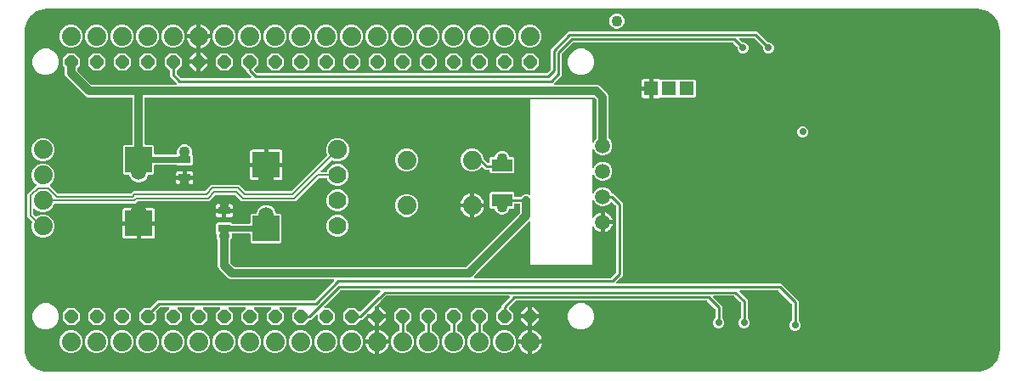
<source format=gbr>
G04 EAGLE Gerber RS-274X export*
G75*
%MOMM*%
%FSLAX34Y34*%
%LPD*%
%INBottom Copper*%
%IPPOS*%
%AMOC8*
5,1,8,0,0,1.08239X$1,22.5*%
G01*
%ADD10P,1.415766X8X292.500000*%
%ADD11C,1.778000*%
%ADD12C,1.900000*%
%ADD13R,2.700000X2.550000*%
%ADD14R,1.200000X0.800000*%
%ADD15C,1.879600*%
%ADD16R,1.400000X1.400000*%
%ADD17R,2.060000X1.270000*%
%ADD18C,1.508000*%
%ADD19C,1.500000*%
%ADD20C,0.200000*%
%ADD21C,0.656400*%
%ADD22C,1.106400*%
%ADD23C,0.609600*%
%ADD24C,0.756400*%
%ADD25C,0.812800*%
%ADD26C,0.254000*%
%ADD27C,0.706400*%
%ADD28C,0.406400*%

G36*
X952542Y3007D02*
X952542Y3007D01*
X952578Y3004D01*
X955926Y3267D01*
X956066Y3299D01*
X956156Y3313D01*
X962524Y5382D01*
X962526Y5383D01*
X962528Y5383D01*
X962560Y5399D01*
X962777Y5506D01*
X962790Y5517D01*
X962803Y5524D01*
X968219Y9460D01*
X968221Y9461D01*
X968223Y9462D01*
X968248Y9487D01*
X968422Y9656D01*
X968430Y9670D01*
X968440Y9681D01*
X972376Y15097D01*
X972377Y15099D01*
X972379Y15101D01*
X972395Y15132D01*
X972508Y15347D01*
X972511Y15363D01*
X972518Y15376D01*
X974587Y21744D01*
X974602Y21832D01*
X974602Y21833D01*
X974612Y21885D01*
X974633Y21974D01*
X974896Y25322D01*
X974894Y25363D01*
X974899Y25400D01*
X974899Y342900D01*
X974893Y342942D01*
X974896Y342978D01*
X974633Y346326D01*
X974601Y346466D01*
X974587Y346556D01*
X972518Y352924D01*
X972517Y352926D01*
X972517Y352928D01*
X972501Y352960D01*
X972394Y353177D01*
X972383Y353190D01*
X972376Y353203D01*
X968440Y358619D01*
X968439Y358621D01*
X968438Y358623D01*
X968413Y358648D01*
X968244Y358822D01*
X968230Y358830D01*
X968219Y358840D01*
X962803Y362776D01*
X962801Y362777D01*
X962799Y362779D01*
X962768Y362795D01*
X962553Y362908D01*
X962537Y362911D01*
X962524Y362918D01*
X956156Y364987D01*
X956015Y365012D01*
X955926Y365033D01*
X952578Y365296D01*
X952537Y365294D01*
X952500Y365299D01*
X25400Y365299D01*
X25358Y365293D01*
X25322Y365296D01*
X21974Y365033D01*
X21834Y365001D01*
X21744Y364987D01*
X15376Y362918D01*
X15374Y362917D01*
X15372Y362917D01*
X15340Y362901D01*
X15123Y362794D01*
X15110Y362783D01*
X15097Y362776D01*
X9681Y358840D01*
X9679Y358839D01*
X9677Y358838D01*
X9652Y358813D01*
X9478Y358644D01*
X9470Y358630D01*
X9460Y358619D01*
X5524Y353203D01*
X5523Y353201D01*
X5521Y353199D01*
X5505Y353168D01*
X5392Y352953D01*
X5389Y352937D01*
X5382Y352924D01*
X3313Y346556D01*
X3288Y346415D01*
X3267Y346326D01*
X3004Y342979D01*
X3006Y342937D01*
X3001Y342900D01*
X3001Y25400D01*
X3007Y25358D01*
X3004Y25322D01*
X3267Y21974D01*
X3299Y21834D01*
X3313Y21744D01*
X5382Y15376D01*
X5383Y15374D01*
X5383Y15372D01*
X5399Y15340D01*
X5506Y15123D01*
X5517Y15110D01*
X5524Y15097D01*
X9460Y9681D01*
X9461Y9679D01*
X9462Y9677D01*
X9487Y9652D01*
X9656Y9478D01*
X9670Y9470D01*
X9681Y9460D01*
X15097Y5524D01*
X15099Y5523D01*
X15101Y5521D01*
X15132Y5505D01*
X15347Y5392D01*
X15363Y5389D01*
X15376Y5382D01*
X21744Y3313D01*
X21885Y3288D01*
X21974Y3267D01*
X25322Y3004D01*
X25363Y3006D01*
X25400Y3001D01*
X952500Y3001D01*
X952542Y3007D01*
G37*
%LPC*%
G36*
X769789Y43997D02*
X769789Y43997D01*
X767756Y44840D01*
X766200Y46396D01*
X765357Y48429D01*
X765357Y50631D01*
X766200Y52664D01*
X767327Y53791D01*
X767384Y53868D01*
X767449Y53939D01*
X767469Y53980D01*
X767496Y54017D01*
X767530Y54107D01*
X767572Y54193D01*
X767578Y54235D01*
X767595Y54281D01*
X767605Y54408D01*
X767619Y54498D01*
X767619Y70621D01*
X767606Y70716D01*
X767601Y70812D01*
X767586Y70856D01*
X767579Y70901D01*
X767540Y70988D01*
X767508Y71079D01*
X767483Y71113D01*
X767463Y71157D01*
X767380Y71255D01*
X767327Y71328D01*
X754588Y84067D01*
X754511Y84124D01*
X754440Y84189D01*
X754399Y84209D01*
X754362Y84236D01*
X754272Y84270D01*
X754186Y84312D01*
X754144Y84318D01*
X754098Y84335D01*
X753971Y84345D01*
X753881Y84359D01*
X716429Y84359D01*
X716397Y84355D01*
X716365Y84357D01*
X716258Y84335D01*
X716149Y84319D01*
X716120Y84306D01*
X716088Y84300D01*
X715992Y84248D01*
X715892Y84203D01*
X715868Y84182D01*
X715840Y84167D01*
X715761Y84091D01*
X715678Y84020D01*
X715661Y83993D01*
X715637Y83970D01*
X715584Y83875D01*
X715524Y83784D01*
X715514Y83753D01*
X715498Y83725D01*
X715473Y83618D01*
X715441Y83514D01*
X715441Y83482D01*
X715433Y83451D01*
X715439Y83341D01*
X715438Y83232D01*
X715446Y83201D01*
X715448Y83169D01*
X715484Y83066D01*
X715513Y82960D01*
X715530Y82933D01*
X715540Y82902D01*
X715594Y82829D01*
X715661Y82720D01*
X715697Y82688D01*
X715722Y82653D01*
X721152Y77223D01*
X723361Y75015D01*
X723361Y57038D01*
X723374Y56943D01*
X723379Y56846D01*
X723394Y56803D01*
X723401Y56758D01*
X723440Y56671D01*
X723472Y56580D01*
X723497Y56546D01*
X723517Y56501D01*
X723600Y56404D01*
X723653Y56331D01*
X724780Y55204D01*
X725623Y53171D01*
X725623Y50969D01*
X724780Y48936D01*
X723224Y47380D01*
X721191Y46537D01*
X718989Y46537D01*
X716956Y47380D01*
X715400Y48936D01*
X714557Y50969D01*
X714557Y53171D01*
X715400Y55204D01*
X716527Y56331D01*
X716584Y56408D01*
X716649Y56479D01*
X716669Y56520D01*
X716696Y56557D01*
X716730Y56647D01*
X716772Y56733D01*
X716778Y56775D01*
X716795Y56821D01*
X716805Y56948D01*
X716819Y57038D01*
X716819Y71891D01*
X716806Y71986D01*
X716801Y72082D01*
X716786Y72126D01*
X716779Y72171D01*
X716740Y72258D01*
X716708Y72349D01*
X716683Y72383D01*
X716663Y72427D01*
X716580Y72525D01*
X716527Y72598D01*
X710328Y78797D01*
X710251Y78854D01*
X710180Y78919D01*
X710139Y78939D01*
X710102Y78966D01*
X710012Y79000D01*
X709926Y79042D01*
X709884Y79048D01*
X709838Y79065D01*
X709711Y79075D01*
X709621Y79089D01*
X689949Y79089D01*
X689917Y79085D01*
X689885Y79087D01*
X689778Y79065D01*
X689669Y79049D01*
X689640Y79036D01*
X689608Y79030D01*
X689512Y78978D01*
X689412Y78933D01*
X689388Y78912D01*
X689360Y78897D01*
X689281Y78821D01*
X689198Y78750D01*
X689181Y78723D01*
X689157Y78700D01*
X689104Y78605D01*
X689044Y78514D01*
X689034Y78483D01*
X689018Y78455D01*
X688993Y78348D01*
X688961Y78244D01*
X688961Y78212D01*
X688953Y78181D01*
X688959Y78071D01*
X688958Y77962D01*
X688966Y77931D01*
X688968Y77899D01*
X689004Y77796D01*
X689033Y77690D01*
X689050Y77663D01*
X689060Y77632D01*
X689114Y77559D01*
X689181Y77450D01*
X689217Y77418D01*
X689242Y77383D01*
X695752Y70873D01*
X697961Y68665D01*
X697961Y57038D01*
X697974Y56943D01*
X697979Y56846D01*
X697994Y56803D01*
X698001Y56758D01*
X698040Y56671D01*
X698072Y56580D01*
X698097Y56546D01*
X698117Y56501D01*
X698200Y56404D01*
X698253Y56331D01*
X699380Y55204D01*
X700223Y53171D01*
X700223Y50969D01*
X699380Y48936D01*
X697824Y47380D01*
X695791Y46537D01*
X693589Y46537D01*
X691556Y47380D01*
X690000Y48936D01*
X689157Y50969D01*
X689157Y53171D01*
X690000Y55204D01*
X691127Y56331D01*
X691184Y56408D01*
X691249Y56479D01*
X691269Y56520D01*
X691296Y56557D01*
X691330Y56647D01*
X691372Y56733D01*
X691378Y56775D01*
X691395Y56821D01*
X691405Y56948D01*
X691419Y57038D01*
X691419Y65541D01*
X691406Y65636D01*
X691401Y65732D01*
X691386Y65776D01*
X691379Y65821D01*
X691340Y65908D01*
X691308Y65999D01*
X691283Y66033D01*
X691263Y66077D01*
X691180Y66175D01*
X691127Y66248D01*
X683468Y73907D01*
X683391Y73964D01*
X683320Y74029D01*
X683279Y74049D01*
X683242Y74076D01*
X683152Y74110D01*
X683066Y74152D01*
X683024Y74158D01*
X682978Y74175D01*
X682851Y74185D01*
X682761Y74199D01*
X492909Y74199D01*
X492814Y74186D01*
X492718Y74181D01*
X492674Y74166D01*
X492629Y74159D01*
X492542Y74120D01*
X492451Y74088D01*
X492417Y74063D01*
X492373Y74043D01*
X492275Y73960D01*
X492202Y73907D01*
X485769Y67473D01*
X485730Y67422D01*
X485684Y67377D01*
X485646Y67309D01*
X485599Y67247D01*
X485577Y67187D01*
X485545Y67131D01*
X485527Y67056D01*
X485500Y66984D01*
X485495Y66920D01*
X485480Y66857D01*
X485484Y66779D01*
X485478Y66702D01*
X485491Y66640D01*
X485494Y66575D01*
X485520Y66502D01*
X485536Y66426D01*
X485566Y66370D01*
X485587Y66309D01*
X485628Y66252D01*
X485668Y66177D01*
X485727Y66117D01*
X485769Y66060D01*
X489871Y61958D01*
X489871Y54882D01*
X484868Y49879D01*
X477792Y49879D01*
X472789Y54882D01*
X472789Y61958D01*
X477767Y66935D01*
X477824Y67012D01*
X477889Y67083D01*
X477909Y67124D01*
X477936Y67161D01*
X477970Y67251D01*
X478012Y67337D01*
X478018Y67379D01*
X478035Y67424D01*
X478045Y67552D01*
X478059Y67642D01*
X478059Y69015D01*
X486428Y77383D01*
X486447Y77409D01*
X486472Y77430D01*
X486532Y77522D01*
X486597Y77609D01*
X486609Y77639D01*
X486626Y77666D01*
X486658Y77771D01*
X486697Y77873D01*
X486699Y77905D01*
X486709Y77936D01*
X486710Y78045D01*
X486719Y78154D01*
X486712Y78186D01*
X486712Y78218D01*
X486683Y78323D01*
X486661Y78430D01*
X486646Y78459D01*
X486637Y78490D01*
X486580Y78583D01*
X486528Y78679D01*
X486506Y78702D01*
X486489Y78730D01*
X486408Y78803D01*
X486332Y78881D01*
X486304Y78897D01*
X486280Y78919D01*
X486181Y78966D01*
X486086Y79020D01*
X486055Y79028D01*
X486026Y79042D01*
X485937Y79056D01*
X485812Y79085D01*
X485763Y79083D01*
X485721Y79089D01*
X363719Y79089D01*
X363624Y79076D01*
X363528Y79071D01*
X363484Y79056D01*
X363439Y79049D01*
X363352Y79010D01*
X363261Y78978D01*
X363227Y78953D01*
X363183Y78933D01*
X363085Y78850D01*
X363012Y78797D01*
X358188Y73972D01*
X358169Y73969D01*
X358082Y73930D01*
X357991Y73898D01*
X357957Y73873D01*
X357913Y73853D01*
X357815Y73770D01*
X357742Y73717D01*
X352623Y68598D01*
X352566Y68521D01*
X352501Y68450D01*
X352481Y68409D01*
X352454Y68372D01*
X352420Y68282D01*
X352378Y68196D01*
X352372Y68154D01*
X352355Y68108D01*
X352345Y67981D01*
X352331Y67891D01*
X352331Y60419D01*
X344859Y60419D01*
X344764Y60406D01*
X344667Y60401D01*
X344624Y60386D01*
X344579Y60379D01*
X344492Y60340D01*
X344401Y60308D01*
X344367Y60283D01*
X344322Y60263D01*
X344225Y60180D01*
X344152Y60127D01*
X339175Y55149D01*
X338152Y55149D01*
X338057Y55136D01*
X337960Y55131D01*
X337917Y55116D01*
X337872Y55109D01*
X337785Y55070D01*
X337694Y55038D01*
X337660Y55013D01*
X337615Y54993D01*
X337518Y54910D01*
X337445Y54857D01*
X332468Y49879D01*
X325392Y49879D01*
X320389Y54882D01*
X320389Y61958D01*
X325392Y66961D01*
X332468Y66961D01*
X336395Y63034D01*
X336446Y62995D01*
X336491Y62949D01*
X336558Y62911D01*
X336620Y62864D01*
X336681Y62842D01*
X336736Y62810D01*
X336812Y62792D01*
X336884Y62765D01*
X336948Y62760D01*
X337011Y62745D01*
X337088Y62749D01*
X337165Y62743D01*
X337228Y62756D01*
X337293Y62759D01*
X337366Y62785D01*
X337442Y62801D01*
X337498Y62831D01*
X337559Y62852D01*
X337616Y62893D01*
X337691Y62933D01*
X337751Y62992D01*
X337808Y63034D01*
X355362Y80588D01*
X355381Y80591D01*
X355468Y80630D01*
X355559Y80662D01*
X355593Y80687D01*
X355637Y80707D01*
X355735Y80790D01*
X355808Y80843D01*
X357618Y82653D01*
X357637Y82679D01*
X357662Y82700D01*
X357722Y82792D01*
X357787Y82879D01*
X357799Y82909D01*
X357816Y82936D01*
X357848Y83041D01*
X357887Y83143D01*
X357889Y83175D01*
X357899Y83206D01*
X357900Y83315D01*
X357909Y83424D01*
X357902Y83456D01*
X357902Y83488D01*
X357873Y83593D01*
X357851Y83700D01*
X357836Y83729D01*
X357827Y83760D01*
X357770Y83853D01*
X357718Y83949D01*
X357696Y83972D01*
X357679Y84000D01*
X357598Y84073D01*
X357522Y84151D01*
X357494Y84167D01*
X357470Y84189D01*
X357371Y84236D01*
X357276Y84290D01*
X357245Y84298D01*
X357216Y84312D01*
X357127Y84326D01*
X357002Y84355D01*
X356953Y84353D01*
X356911Y84359D01*
X317999Y84359D01*
X317904Y84346D01*
X317808Y84341D01*
X317764Y84326D01*
X317719Y84319D01*
X317632Y84280D01*
X317541Y84248D01*
X317507Y84223D01*
X317463Y84203D01*
X317365Y84120D01*
X317292Y84067D01*
X301892Y68667D01*
X301873Y68641D01*
X301848Y68620D01*
X301788Y68528D01*
X301723Y68441D01*
X301711Y68411D01*
X301694Y68384D01*
X301662Y68279D01*
X301623Y68177D01*
X301621Y68145D01*
X301611Y68114D01*
X301610Y68005D01*
X301601Y67896D01*
X301608Y67864D01*
X301608Y67832D01*
X301637Y67727D01*
X301659Y67620D01*
X301674Y67591D01*
X301683Y67560D01*
X301740Y67467D01*
X301792Y67371D01*
X301814Y67348D01*
X301831Y67320D01*
X301912Y67247D01*
X301988Y67169D01*
X302016Y67153D01*
X302040Y67131D01*
X302139Y67084D01*
X302234Y67030D01*
X302265Y67022D01*
X302294Y67008D01*
X302383Y66994D01*
X302508Y66965D01*
X302557Y66967D01*
X302599Y66961D01*
X307068Y66961D01*
X312071Y61958D01*
X312071Y54882D01*
X307068Y49879D01*
X299992Y49879D01*
X294989Y54882D01*
X294989Y59351D01*
X294985Y59383D01*
X294987Y59415D01*
X294965Y59522D01*
X294949Y59631D01*
X294936Y59660D01*
X294930Y59692D01*
X294878Y59788D01*
X294833Y59888D01*
X294812Y59912D01*
X294797Y59940D01*
X294721Y60019D01*
X294650Y60102D01*
X294623Y60119D01*
X294600Y60143D01*
X294505Y60196D01*
X294414Y60256D01*
X294383Y60266D01*
X294355Y60282D01*
X294248Y60307D01*
X294144Y60339D01*
X294112Y60339D01*
X294081Y60347D01*
X293971Y60341D01*
X293862Y60342D01*
X293831Y60334D01*
X293799Y60332D01*
X293696Y60296D01*
X293590Y60267D01*
X293563Y60250D01*
X293532Y60240D01*
X293459Y60186D01*
X293350Y60119D01*
X293318Y60083D01*
X293283Y60058D01*
X288375Y55149D01*
X287352Y55149D01*
X287257Y55136D01*
X287160Y55131D01*
X287117Y55116D01*
X287072Y55109D01*
X286985Y55070D01*
X286894Y55038D01*
X286860Y55013D01*
X286815Y54993D01*
X286718Y54910D01*
X286645Y54857D01*
X281668Y49879D01*
X274592Y49879D01*
X269589Y54882D01*
X269589Y61958D01*
X273775Y66143D01*
X273794Y66169D01*
X273819Y66190D01*
X273879Y66282D01*
X273944Y66369D01*
X273956Y66399D01*
X273973Y66426D01*
X274005Y66531D01*
X274044Y66633D01*
X274046Y66665D01*
X274056Y66696D01*
X274057Y66805D01*
X274066Y66914D01*
X274059Y66946D01*
X274060Y66978D01*
X274030Y67083D01*
X274008Y67190D01*
X273993Y67219D01*
X273984Y67250D01*
X273927Y67343D01*
X273876Y67439D01*
X273853Y67462D01*
X273836Y67490D01*
X273755Y67563D01*
X273679Y67641D01*
X273651Y67657D01*
X273627Y67679D01*
X273529Y67726D01*
X273433Y67780D01*
X273402Y67788D01*
X273373Y67802D01*
X273284Y67816D01*
X273159Y67845D01*
X273111Y67843D01*
X273068Y67849D01*
X257792Y67849D01*
X257760Y67845D01*
X257727Y67847D01*
X257621Y67825D01*
X257512Y67809D01*
X257483Y67796D01*
X257451Y67790D01*
X257355Y67738D01*
X257255Y67693D01*
X257231Y67672D01*
X257202Y67657D01*
X257124Y67581D01*
X257041Y67510D01*
X257023Y67483D01*
X257000Y67460D01*
X256947Y67365D01*
X256887Y67274D01*
X256877Y67243D01*
X256861Y67215D01*
X256836Y67108D01*
X256804Y67004D01*
X256804Y66972D01*
X256796Y66941D01*
X256802Y66831D01*
X256800Y66722D01*
X256809Y66691D01*
X256811Y66659D01*
X256847Y66556D01*
X256876Y66450D01*
X256893Y66423D01*
X256903Y66392D01*
X256957Y66319D01*
X257024Y66210D01*
X257060Y66178D01*
X257085Y66143D01*
X261271Y61958D01*
X261271Y54882D01*
X256268Y49879D01*
X249192Y49879D01*
X244189Y54882D01*
X244189Y61958D01*
X248375Y66143D01*
X248394Y66169D01*
X248419Y66190D01*
X248479Y66282D01*
X248544Y66369D01*
X248556Y66399D01*
X248573Y66426D01*
X248605Y66531D01*
X248644Y66633D01*
X248646Y66665D01*
X248656Y66696D01*
X248657Y66805D01*
X248666Y66914D01*
X248659Y66946D01*
X248660Y66978D01*
X248630Y67083D01*
X248608Y67190D01*
X248593Y67219D01*
X248584Y67250D01*
X248527Y67343D01*
X248476Y67439D01*
X248453Y67462D01*
X248436Y67490D01*
X248355Y67563D01*
X248279Y67641D01*
X248251Y67657D01*
X248227Y67679D01*
X248129Y67726D01*
X248033Y67780D01*
X248002Y67788D01*
X247973Y67802D01*
X247884Y67816D01*
X247759Y67845D01*
X247711Y67843D01*
X247668Y67849D01*
X232392Y67849D01*
X232360Y67845D01*
X232327Y67847D01*
X232221Y67825D01*
X232112Y67809D01*
X232083Y67796D01*
X232051Y67790D01*
X231955Y67738D01*
X231855Y67693D01*
X231831Y67672D01*
X231802Y67657D01*
X231724Y67581D01*
X231641Y67510D01*
X231623Y67483D01*
X231600Y67460D01*
X231547Y67365D01*
X231487Y67274D01*
X231477Y67243D01*
X231461Y67215D01*
X231436Y67108D01*
X231404Y67004D01*
X231404Y66972D01*
X231396Y66941D01*
X231402Y66831D01*
X231400Y66722D01*
X231409Y66691D01*
X231411Y66659D01*
X231447Y66556D01*
X231476Y66450D01*
X231493Y66423D01*
X231503Y66392D01*
X231557Y66319D01*
X231624Y66210D01*
X231660Y66178D01*
X231685Y66143D01*
X235871Y61958D01*
X235871Y54882D01*
X230868Y49879D01*
X223792Y49879D01*
X218789Y54882D01*
X218789Y61958D01*
X222975Y66143D01*
X222994Y66169D01*
X223019Y66190D01*
X223079Y66282D01*
X223144Y66369D01*
X223156Y66399D01*
X223173Y66426D01*
X223205Y66531D01*
X223244Y66633D01*
X223246Y66665D01*
X223256Y66696D01*
X223257Y66805D01*
X223266Y66914D01*
X223259Y66946D01*
X223260Y66978D01*
X223230Y67083D01*
X223208Y67190D01*
X223193Y67219D01*
X223184Y67250D01*
X223127Y67343D01*
X223076Y67439D01*
X223053Y67462D01*
X223036Y67490D01*
X222955Y67563D01*
X222879Y67641D01*
X222851Y67657D01*
X222827Y67679D01*
X222729Y67726D01*
X222633Y67780D01*
X222602Y67788D01*
X222573Y67802D01*
X222484Y67816D01*
X222359Y67845D01*
X222311Y67843D01*
X222268Y67849D01*
X206992Y67849D01*
X206960Y67845D01*
X206927Y67847D01*
X206821Y67825D01*
X206712Y67809D01*
X206683Y67796D01*
X206651Y67790D01*
X206555Y67738D01*
X206455Y67693D01*
X206431Y67672D01*
X206402Y67657D01*
X206324Y67581D01*
X206241Y67510D01*
X206223Y67483D01*
X206200Y67460D01*
X206147Y67365D01*
X206087Y67274D01*
X206077Y67243D01*
X206061Y67215D01*
X206036Y67108D01*
X206004Y67004D01*
X206004Y66972D01*
X205996Y66941D01*
X206002Y66831D01*
X206000Y66722D01*
X206009Y66691D01*
X206011Y66659D01*
X206047Y66556D01*
X206076Y66450D01*
X206093Y66423D01*
X206103Y66392D01*
X206157Y66319D01*
X206224Y66210D01*
X206260Y66178D01*
X206285Y66143D01*
X210471Y61958D01*
X210471Y54882D01*
X205468Y49879D01*
X198392Y49879D01*
X193389Y54882D01*
X193389Y61958D01*
X197575Y66143D01*
X197594Y66169D01*
X197619Y66190D01*
X197679Y66282D01*
X197744Y66369D01*
X197756Y66399D01*
X197773Y66426D01*
X197805Y66531D01*
X197844Y66633D01*
X197846Y66665D01*
X197856Y66696D01*
X197857Y66805D01*
X197866Y66914D01*
X197859Y66946D01*
X197860Y66978D01*
X197830Y67083D01*
X197808Y67190D01*
X197793Y67219D01*
X197784Y67250D01*
X197727Y67343D01*
X197676Y67439D01*
X197653Y67462D01*
X197636Y67490D01*
X197555Y67563D01*
X197479Y67641D01*
X197451Y67657D01*
X197427Y67679D01*
X197329Y67726D01*
X197233Y67780D01*
X197202Y67788D01*
X197173Y67802D01*
X197084Y67816D01*
X196959Y67845D01*
X196911Y67843D01*
X196868Y67849D01*
X181592Y67849D01*
X181560Y67845D01*
X181527Y67847D01*
X181421Y67825D01*
X181312Y67809D01*
X181283Y67796D01*
X181251Y67790D01*
X181155Y67738D01*
X181055Y67693D01*
X181031Y67672D01*
X181002Y67657D01*
X180924Y67581D01*
X180841Y67510D01*
X180823Y67483D01*
X180800Y67460D01*
X180747Y67365D01*
X180687Y67274D01*
X180677Y67243D01*
X180661Y67215D01*
X180636Y67108D01*
X180604Y67004D01*
X180604Y66972D01*
X180596Y66941D01*
X180602Y66831D01*
X180600Y66722D01*
X180609Y66691D01*
X180611Y66659D01*
X180647Y66556D01*
X180676Y66450D01*
X180693Y66423D01*
X180703Y66392D01*
X180757Y66319D01*
X180824Y66210D01*
X180860Y66178D01*
X180885Y66143D01*
X185071Y61958D01*
X185071Y54882D01*
X180068Y49879D01*
X172992Y49879D01*
X167989Y54882D01*
X167989Y61958D01*
X172175Y66143D01*
X172194Y66169D01*
X172219Y66190D01*
X172279Y66282D01*
X172344Y66369D01*
X172356Y66399D01*
X172373Y66426D01*
X172405Y66531D01*
X172444Y66633D01*
X172446Y66665D01*
X172456Y66696D01*
X172457Y66805D01*
X172466Y66914D01*
X172459Y66946D01*
X172460Y66978D01*
X172430Y67083D01*
X172408Y67190D01*
X172393Y67219D01*
X172384Y67250D01*
X172327Y67343D01*
X172276Y67439D01*
X172253Y67462D01*
X172236Y67490D01*
X172155Y67563D01*
X172079Y67641D01*
X172051Y67657D01*
X172027Y67679D01*
X171929Y67726D01*
X171833Y67780D01*
X171802Y67788D01*
X171773Y67802D01*
X171684Y67816D01*
X171559Y67845D01*
X171511Y67843D01*
X171468Y67849D01*
X156192Y67849D01*
X156160Y67845D01*
X156127Y67847D01*
X156021Y67825D01*
X155912Y67809D01*
X155883Y67796D01*
X155851Y67790D01*
X155755Y67738D01*
X155655Y67693D01*
X155631Y67672D01*
X155602Y67657D01*
X155524Y67581D01*
X155441Y67510D01*
X155423Y67483D01*
X155400Y67460D01*
X155347Y67365D01*
X155287Y67274D01*
X155277Y67243D01*
X155261Y67215D01*
X155236Y67108D01*
X155204Y67004D01*
X155204Y66972D01*
X155196Y66941D01*
X155202Y66831D01*
X155200Y66722D01*
X155209Y66691D01*
X155211Y66659D01*
X155247Y66556D01*
X155276Y66450D01*
X155293Y66423D01*
X155303Y66392D01*
X155357Y66319D01*
X155424Y66210D01*
X155460Y66178D01*
X155485Y66143D01*
X159671Y61958D01*
X159671Y54882D01*
X154668Y49879D01*
X147592Y49879D01*
X142589Y54882D01*
X142589Y61958D01*
X146775Y66143D01*
X146794Y66169D01*
X146819Y66190D01*
X146879Y66282D01*
X146944Y66369D01*
X146956Y66399D01*
X146973Y66426D01*
X147005Y66531D01*
X147044Y66633D01*
X147046Y66665D01*
X147056Y66696D01*
X147057Y66805D01*
X147066Y66914D01*
X147059Y66946D01*
X147060Y66978D01*
X147030Y67083D01*
X147008Y67190D01*
X146993Y67219D01*
X146984Y67250D01*
X146927Y67343D01*
X146876Y67439D01*
X146853Y67462D01*
X146836Y67490D01*
X146755Y67563D01*
X146679Y67641D01*
X146651Y67657D01*
X146627Y67679D01*
X146529Y67726D01*
X146433Y67780D01*
X146402Y67788D01*
X146373Y67802D01*
X146284Y67816D01*
X146159Y67845D01*
X146111Y67843D01*
X146068Y67849D01*
X138929Y67849D01*
X138834Y67836D01*
X138738Y67831D01*
X138694Y67816D01*
X138649Y67809D01*
X138562Y67770D01*
X138471Y67738D01*
X138437Y67713D01*
X138393Y67693D01*
X138295Y67610D01*
X138222Y67557D01*
X134154Y63488D01*
X134115Y63437D01*
X134069Y63392D01*
X134031Y63324D01*
X133984Y63262D01*
X133962Y63202D01*
X133930Y63146D01*
X133912Y63071D01*
X133885Y62999D01*
X133880Y62934D01*
X133865Y62872D01*
X133869Y62794D01*
X133863Y62717D01*
X133876Y62654D01*
X133879Y62590D01*
X133905Y62517D01*
X133921Y62441D01*
X133951Y62385D01*
X133972Y62324D01*
X134013Y62267D01*
X134053Y62192D01*
X134112Y62132D01*
X134154Y62075D01*
X134271Y61958D01*
X134271Y54882D01*
X129268Y49879D01*
X122192Y49879D01*
X117189Y54882D01*
X117189Y61958D01*
X122192Y66961D01*
X127961Y66961D01*
X128056Y66974D01*
X128152Y66979D01*
X128196Y66994D01*
X128241Y67001D01*
X128328Y67040D01*
X128419Y67072D01*
X128453Y67097D01*
X128497Y67117D01*
X128595Y67200D01*
X128668Y67253D01*
X135805Y74391D01*
X291531Y74391D01*
X291626Y74404D01*
X291722Y74409D01*
X291765Y74424D01*
X291810Y74431D01*
X291897Y74470D01*
X291988Y74502D01*
X292023Y74527D01*
X292067Y74547D01*
X292164Y74630D01*
X292237Y74683D01*
X311383Y93829D01*
X311403Y93855D01*
X311427Y93876D01*
X311487Y93968D01*
X311553Y94055D01*
X311564Y94085D01*
X311582Y94112D01*
X311614Y94217D01*
X311652Y94319D01*
X311655Y94351D01*
X311664Y94382D01*
X311666Y94491D01*
X311674Y94600D01*
X311667Y94632D01*
X311668Y94664D01*
X311639Y94769D01*
X311616Y94876D01*
X311601Y94905D01*
X311593Y94936D01*
X311535Y95029D01*
X311484Y95125D01*
X311461Y95148D01*
X311444Y95176D01*
X311363Y95249D01*
X311287Y95327D01*
X311259Y95343D01*
X311235Y95365D01*
X311137Y95412D01*
X311042Y95466D01*
X311010Y95474D01*
X310981Y95488D01*
X310892Y95502D01*
X310767Y95531D01*
X310719Y95529D01*
X310677Y95535D01*
X208344Y95535D01*
X206115Y96459D01*
X196789Y105785D01*
X195865Y108014D01*
X195865Y133428D01*
X195852Y133523D01*
X195847Y133619D01*
X195832Y133662D01*
X195825Y133707D01*
X195786Y133795D01*
X195754Y133886D01*
X195729Y133920D01*
X195709Y133964D01*
X195626Y134061D01*
X195573Y134135D01*
X195544Y134163D01*
X194397Y136932D01*
X194397Y139997D01*
X194421Y140090D01*
X194421Y140099D01*
X194423Y140109D01*
X194416Y140240D01*
X194412Y140372D01*
X194409Y140381D01*
X194409Y140391D01*
X194366Y140515D01*
X194325Y140640D01*
X194319Y140648D01*
X194316Y140657D01*
X194270Y140720D01*
X194166Y140873D01*
X194147Y140888D01*
X194135Y140906D01*
X193929Y141111D01*
X193929Y150769D01*
X195101Y151941D01*
X208759Y151941D01*
X209418Y151281D01*
X209495Y151224D01*
X209566Y151159D01*
X209607Y151139D01*
X209644Y151112D01*
X209734Y151078D01*
X209820Y151036D01*
X209862Y151030D01*
X209907Y151013D01*
X210035Y151003D01*
X210125Y150989D01*
X227340Y150989D01*
X227404Y150998D01*
X227468Y150997D01*
X227543Y151018D01*
X227619Y151029D01*
X227678Y151055D01*
X227740Y151072D01*
X227806Y151113D01*
X227876Y151145D01*
X227925Y151187D01*
X227980Y151220D01*
X228032Y151278D01*
X228090Y151328D01*
X228126Y151382D01*
X228169Y151430D01*
X228202Y151499D01*
X228245Y151564D01*
X228264Y151626D01*
X228292Y151683D01*
X228303Y151753D01*
X228327Y151834D01*
X228328Y151919D01*
X228339Y151988D01*
X228339Y159679D01*
X229511Y160851D01*
X233340Y160851D01*
X233404Y160860D01*
X233468Y160859D01*
X233543Y160880D01*
X233619Y160891D01*
X233678Y160917D01*
X233740Y160934D01*
X233806Y160975D01*
X233876Y161007D01*
X233925Y161049D01*
X233980Y161082D01*
X234032Y161140D01*
X234090Y161190D01*
X234126Y161244D01*
X234169Y161292D01*
X234202Y161361D01*
X234245Y161426D01*
X234264Y161488D01*
X234292Y161545D01*
X234303Y161615D01*
X234327Y161696D01*
X234328Y161781D01*
X234339Y161850D01*
X234339Y161910D01*
X235786Y165402D01*
X238458Y168074D01*
X241950Y169521D01*
X245730Y169521D01*
X249222Y168074D01*
X251894Y165402D01*
X253341Y161910D01*
X253341Y161850D01*
X253349Y161789D01*
X253349Y161754D01*
X253349Y161752D01*
X253349Y161722D01*
X253370Y161647D01*
X253381Y161571D01*
X253407Y161512D01*
X253424Y161450D01*
X253465Y161384D01*
X253497Y161314D01*
X253539Y161265D01*
X253572Y161210D01*
X253630Y161158D01*
X253680Y161100D01*
X253734Y161064D01*
X253782Y161021D01*
X253851Y160988D01*
X253916Y160945D01*
X253978Y160926D01*
X254035Y160898D01*
X254105Y160887D01*
X254186Y160863D01*
X254271Y160862D01*
X254340Y160851D01*
X258169Y160851D01*
X259341Y159679D01*
X259341Y132521D01*
X258169Y131349D01*
X229511Y131349D01*
X228339Y132521D01*
X228339Y139892D01*
X228330Y139956D01*
X228331Y140020D01*
X228310Y140095D01*
X228299Y140171D01*
X228273Y140230D01*
X228256Y140292D01*
X228215Y140358D01*
X228183Y140428D01*
X228141Y140477D01*
X228108Y140532D01*
X228050Y140584D01*
X228000Y140642D01*
X227946Y140678D01*
X227898Y140721D01*
X227829Y140754D01*
X227764Y140797D01*
X227702Y140816D01*
X227645Y140844D01*
X227575Y140855D01*
X227494Y140879D01*
X227409Y140880D01*
X227340Y140891D01*
X210462Y140891D01*
X210398Y140882D01*
X210334Y140883D01*
X210259Y140862D01*
X210183Y140851D01*
X210124Y140825D01*
X210062Y140808D01*
X209996Y140767D01*
X209926Y140735D01*
X209877Y140693D01*
X209822Y140660D01*
X209770Y140602D01*
X209712Y140552D01*
X209676Y140498D01*
X209633Y140450D01*
X209600Y140381D01*
X209557Y140316D01*
X209538Y140254D01*
X209510Y140197D01*
X209499Y140127D01*
X209475Y140046D01*
X209474Y139961D01*
X209463Y139892D01*
X209463Y136932D01*
X208316Y134163D01*
X208287Y134135D01*
X208230Y134058D01*
X208165Y133986D01*
X208145Y133945D01*
X208118Y133909D01*
X208084Y133819D01*
X208042Y133733D01*
X208036Y133690D01*
X208019Y133645D01*
X208009Y133518D01*
X207995Y133428D01*
X207995Y112146D01*
X208008Y112051D01*
X208013Y111955D01*
X208028Y111912D01*
X208035Y111867D01*
X208074Y111779D01*
X208106Y111688D01*
X208131Y111654D01*
X208151Y111610D01*
X208234Y111512D01*
X208287Y111439D01*
X211769Y107957D01*
X211846Y107900D01*
X211918Y107835D01*
X211959Y107815D01*
X211995Y107788D01*
X212085Y107754D01*
X212171Y107712D01*
X212213Y107706D01*
X212259Y107689D01*
X212386Y107679D01*
X212476Y107665D01*
X442844Y107665D01*
X442939Y107678D01*
X443035Y107683D01*
X443078Y107698D01*
X443123Y107705D01*
X443211Y107744D01*
X443302Y107776D01*
X443336Y107801D01*
X443380Y107821D01*
X443478Y107904D01*
X443551Y107957D01*
X496563Y160969D01*
X496620Y161046D01*
X496685Y161118D01*
X496705Y161159D01*
X496732Y161195D01*
X496766Y161285D01*
X496808Y161371D01*
X496814Y161413D01*
X496831Y161459D01*
X496841Y161586D01*
X496855Y161676D01*
X496855Y169950D01*
X496846Y170014D01*
X496847Y170078D01*
X496826Y170153D01*
X496815Y170229D01*
X496789Y170288D01*
X496772Y170350D01*
X496731Y170416D01*
X496699Y170486D01*
X496657Y170535D01*
X496624Y170590D01*
X496566Y170642D01*
X496516Y170700D01*
X496462Y170736D01*
X496414Y170779D01*
X496345Y170812D01*
X496280Y170855D01*
X496218Y170874D01*
X496161Y170902D01*
X496091Y170913D01*
X496010Y170937D01*
X495925Y170938D01*
X495856Y170949D01*
X492090Y170949D01*
X492026Y170940D01*
X491962Y170941D01*
X491887Y170920D01*
X491811Y170909D01*
X491752Y170883D01*
X491690Y170866D01*
X491624Y170825D01*
X491554Y170793D01*
X491505Y170751D01*
X491450Y170718D01*
X491398Y170660D01*
X491340Y170610D01*
X491304Y170556D01*
X491261Y170508D01*
X491228Y170439D01*
X491185Y170374D01*
X491166Y170312D01*
X491138Y170255D01*
X491127Y170185D01*
X491103Y170104D01*
X491102Y170019D01*
X491091Y169950D01*
X491091Y167041D01*
X489919Y165869D01*
X486878Y165869D01*
X486868Y165868D01*
X486859Y165869D01*
X486729Y165848D01*
X486598Y165829D01*
X486590Y165826D01*
X486580Y165824D01*
X486460Y165767D01*
X486341Y165713D01*
X486334Y165707D01*
X486326Y165703D01*
X486227Y165615D01*
X486127Y165530D01*
X486122Y165522D01*
X486115Y165516D01*
X486075Y165450D01*
X485973Y165294D01*
X485966Y165271D01*
X485954Y165252D01*
X485176Y163373D01*
X483057Y161254D01*
X480288Y160107D01*
X477292Y160107D01*
X474523Y161254D01*
X472404Y163373D01*
X471626Y165252D01*
X471621Y165261D01*
X471618Y165270D01*
X471549Y165382D01*
X471482Y165495D01*
X471475Y165502D01*
X471470Y165510D01*
X471372Y165598D01*
X471276Y165688D01*
X471268Y165692D01*
X471261Y165699D01*
X471142Y165756D01*
X471025Y165816D01*
X471015Y165818D01*
X471007Y165822D01*
X470931Y165834D01*
X470748Y165868D01*
X470724Y165866D01*
X470702Y165869D01*
X467661Y165869D01*
X466489Y167041D01*
X466489Y181399D01*
X467661Y182571D01*
X489919Y182571D01*
X491091Y181399D01*
X491091Y178490D01*
X491100Y178426D01*
X491099Y178362D01*
X491120Y178287D01*
X491131Y178211D01*
X491157Y178152D01*
X491174Y178090D01*
X491215Y178024D01*
X491247Y177954D01*
X491289Y177905D01*
X491322Y177850D01*
X491380Y177798D01*
X491430Y177740D01*
X491484Y177704D01*
X491532Y177661D01*
X491601Y177628D01*
X491666Y177585D01*
X491728Y177566D01*
X491785Y177538D01*
X491855Y177527D01*
X491936Y177503D01*
X492021Y177502D01*
X492090Y177491D01*
X497430Y177491D01*
X497525Y177504D01*
X497621Y177509D01*
X497664Y177524D01*
X497709Y177531D01*
X497797Y177570D01*
X497888Y177602D01*
X497922Y177627D01*
X497966Y177647D01*
X498063Y177730D01*
X498137Y177783D01*
X499485Y179131D01*
X501714Y180055D01*
X504126Y180055D01*
X505856Y179338D01*
X505970Y179309D01*
X506084Y179274D01*
X506107Y179274D01*
X506129Y179268D01*
X506247Y179272D01*
X506366Y179271D01*
X506388Y179277D01*
X506411Y179277D01*
X506523Y179314D01*
X506638Y179346D01*
X506657Y179358D01*
X506679Y179365D01*
X506777Y179432D01*
X506878Y179494D01*
X506893Y179511D01*
X506912Y179524D01*
X506987Y179615D01*
X507067Y179703D01*
X507077Y179724D01*
X507091Y179741D01*
X507138Y179851D01*
X507190Y179957D01*
X507193Y179978D01*
X507203Y180000D01*
X507225Y180185D01*
X507237Y180262D01*
X507237Y274636D01*
X507684Y275083D01*
X568006Y275083D01*
X568453Y274636D01*
X568453Y232802D01*
X568461Y232740D01*
X568461Y232700D01*
X568466Y232682D01*
X568468Y232629D01*
X568485Y232577D01*
X568493Y232522D01*
X568528Y232443D01*
X568555Y232361D01*
X568586Y232315D01*
X568609Y232265D01*
X568665Y232199D01*
X568714Y232128D01*
X568756Y232093D01*
X568792Y232051D01*
X568865Y232004D01*
X568932Y231948D01*
X568982Y231927D01*
X569028Y231897D01*
X569111Y231871D01*
X569191Y231837D01*
X569245Y231830D01*
X569298Y231814D01*
X569385Y231813D01*
X569471Y231803D01*
X569525Y231811D01*
X569580Y231811D01*
X569664Y231834D01*
X569749Y231848D01*
X569799Y231871D01*
X569852Y231886D01*
X569925Y231931D01*
X570004Y231969D01*
X570045Y232005D01*
X570092Y232034D01*
X570150Y232098D01*
X570215Y232156D01*
X570241Y232200D01*
X570281Y232243D01*
X570330Y232346D01*
X570342Y232364D01*
X570368Y232404D01*
X570370Y232410D01*
X570375Y232419D01*
X571032Y234004D01*
X572763Y235735D01*
X572820Y235812D01*
X572885Y235883D01*
X572905Y235924D01*
X572932Y235961D01*
X572966Y236051D01*
X573008Y236137D01*
X573014Y236179D01*
X573031Y236225D01*
X573041Y236352D01*
X573055Y236442D01*
X573055Y273934D01*
X573042Y274029D01*
X573037Y274125D01*
X573022Y274168D01*
X573015Y274213D01*
X572976Y274301D01*
X572944Y274392D01*
X572919Y274426D01*
X572899Y274470D01*
X572816Y274568D01*
X572763Y274641D01*
X570551Y276853D01*
X570474Y276910D01*
X570402Y276975D01*
X570361Y276995D01*
X570325Y277022D01*
X570235Y277056D01*
X570149Y277098D01*
X570107Y277104D01*
X570061Y277121D01*
X569934Y277131D01*
X569844Y277145D01*
X123904Y277145D01*
X123840Y277136D01*
X123776Y277137D01*
X123701Y277116D01*
X123625Y277105D01*
X123566Y277079D01*
X123504Y277062D01*
X123438Y277021D01*
X123368Y276989D01*
X123319Y276947D01*
X123264Y276914D01*
X123212Y276856D01*
X123154Y276806D01*
X123118Y276752D01*
X123075Y276704D01*
X123042Y276635D01*
X122999Y276570D01*
X122980Y276508D01*
X122952Y276451D01*
X122941Y276381D01*
X122917Y276300D01*
X122916Y276215D01*
X122905Y276146D01*
X122905Y230330D01*
X122914Y230266D01*
X122913Y230202D01*
X122934Y230127D01*
X122945Y230051D01*
X122971Y229992D01*
X122988Y229930D01*
X123029Y229864D01*
X123061Y229794D01*
X123103Y229745D01*
X123136Y229690D01*
X123194Y229638D01*
X123244Y229580D01*
X123298Y229544D01*
X123346Y229501D01*
X123415Y229468D01*
X123480Y229425D01*
X123542Y229406D01*
X123599Y229378D01*
X123669Y229367D01*
X123750Y229343D01*
X123835Y229342D01*
X123904Y229331D01*
X131169Y229331D01*
X132341Y228159D01*
X132341Y220628D01*
X132350Y220564D01*
X132349Y220500D01*
X132370Y220425D01*
X132381Y220349D01*
X132407Y220290D01*
X132424Y220228D01*
X132465Y220162D01*
X132497Y220092D01*
X132539Y220043D01*
X132572Y219988D01*
X132630Y219936D01*
X132680Y219878D01*
X132734Y219842D01*
X132782Y219799D01*
X132851Y219766D01*
X132916Y219723D01*
X132978Y219704D01*
X133035Y219676D01*
X133105Y219665D01*
X133186Y219641D01*
X133271Y219640D01*
X133340Y219629D01*
X154028Y219629D01*
X154092Y219638D01*
X154156Y219637D01*
X154231Y219658D01*
X154307Y219669D01*
X154366Y219695D01*
X154428Y219712D01*
X154494Y219753D01*
X154564Y219785D01*
X154613Y219827D01*
X154668Y219860D01*
X154720Y219918D01*
X154778Y219968D01*
X154814Y220022D01*
X154857Y220070D01*
X154890Y220139D01*
X154933Y220204D01*
X154952Y220266D01*
X154980Y220323D01*
X154991Y220393D01*
X155015Y220474D01*
X155016Y220559D01*
X155027Y220628D01*
X155027Y223748D01*
X156174Y226517D01*
X158293Y228636D01*
X161062Y229783D01*
X164058Y229783D01*
X166827Y228636D01*
X168946Y226517D01*
X170093Y223748D01*
X170093Y220683D01*
X170069Y220590D01*
X170069Y220581D01*
X170067Y220571D01*
X170074Y220440D01*
X170078Y220308D01*
X170081Y220299D01*
X170081Y220289D01*
X170124Y220165D01*
X170165Y220040D01*
X170171Y220032D01*
X170174Y220023D01*
X170220Y219960D01*
X170324Y219807D01*
X170343Y219792D01*
X170355Y219774D01*
X170561Y219569D01*
X170561Y209911D01*
X169389Y208739D01*
X155731Y208739D01*
X155232Y209239D01*
X155155Y209296D01*
X155084Y209361D01*
X155043Y209381D01*
X155006Y209408D01*
X154916Y209442D01*
X154830Y209484D01*
X154788Y209490D01*
X154743Y209507D01*
X154615Y209517D01*
X154525Y209531D01*
X133340Y209531D01*
X133276Y209522D01*
X133212Y209523D01*
X133137Y209502D01*
X133061Y209491D01*
X133002Y209465D01*
X132940Y209448D01*
X132874Y209407D01*
X132804Y209375D01*
X132755Y209333D01*
X132700Y209300D01*
X132648Y209242D01*
X132590Y209192D01*
X132554Y209138D01*
X132511Y209090D01*
X132478Y209021D01*
X132435Y208956D01*
X132416Y208894D01*
X132388Y208837D01*
X132377Y208767D01*
X132353Y208686D01*
X132352Y208601D01*
X132341Y208532D01*
X132341Y201001D01*
X131169Y199829D01*
X126921Y199829D01*
X126912Y199828D01*
X126902Y199829D01*
X126772Y199808D01*
X126642Y199789D01*
X126633Y199786D01*
X126624Y199784D01*
X126504Y199727D01*
X126385Y199673D01*
X126378Y199667D01*
X126369Y199663D01*
X126270Y199575D01*
X126171Y199490D01*
X126165Y199482D01*
X126158Y199476D01*
X126118Y199410D01*
X126016Y199254D01*
X126009Y199231D01*
X125998Y199212D01*
X124894Y196548D01*
X122222Y193876D01*
X118730Y192429D01*
X114950Y192429D01*
X111458Y193876D01*
X108786Y196548D01*
X107682Y199212D01*
X107677Y199221D01*
X107675Y199230D01*
X107605Y199342D01*
X107539Y199455D01*
X107532Y199462D01*
X107527Y199470D01*
X107429Y199558D01*
X107333Y199648D01*
X107324Y199652D01*
X107317Y199659D01*
X107199Y199716D01*
X107081Y199776D01*
X107072Y199778D01*
X107064Y199782D01*
X106988Y199794D01*
X106804Y199828D01*
X106780Y199826D01*
X106759Y199829D01*
X102511Y199829D01*
X101339Y201001D01*
X101339Y228159D01*
X102511Y229331D01*
X109776Y229331D01*
X109840Y229340D01*
X109904Y229339D01*
X109979Y229360D01*
X110055Y229371D01*
X110114Y229397D01*
X110176Y229414D01*
X110242Y229455D01*
X110312Y229487D01*
X110361Y229529D01*
X110416Y229562D01*
X110468Y229620D01*
X110526Y229670D01*
X110562Y229724D01*
X110605Y229772D01*
X110638Y229841D01*
X110681Y229906D01*
X110700Y229968D01*
X110728Y230025D01*
X110739Y230095D01*
X110763Y230176D01*
X110764Y230261D01*
X110775Y230330D01*
X110775Y276146D01*
X110766Y276210D01*
X110767Y276274D01*
X110746Y276349D01*
X110735Y276425D01*
X110709Y276484D01*
X110692Y276546D01*
X110651Y276612D01*
X110619Y276682D01*
X110577Y276731D01*
X110544Y276786D01*
X110486Y276838D01*
X110436Y276896D01*
X110382Y276932D01*
X110334Y276975D01*
X110265Y277008D01*
X110200Y277051D01*
X110138Y277070D01*
X110081Y277098D01*
X110011Y277109D01*
X109930Y277133D01*
X109845Y277134D01*
X109776Y277145D01*
X66104Y277145D01*
X63875Y278069D01*
X44389Y297555D01*
X43465Y299784D01*
X43465Y305992D01*
X43452Y306087D01*
X43447Y306184D01*
X43432Y306227D01*
X43425Y306272D01*
X43386Y306359D01*
X43354Y306450D01*
X43329Y306484D01*
X43309Y306529D01*
X43226Y306626D01*
X43173Y306699D01*
X40989Y308882D01*
X40989Y315958D01*
X45992Y320961D01*
X53068Y320961D01*
X58071Y315958D01*
X58071Y308882D01*
X55887Y306699D01*
X55830Y306622D01*
X55765Y306551D01*
X55745Y306510D01*
X55718Y306473D01*
X55684Y306383D01*
X55642Y306297D01*
X55636Y306255D01*
X55619Y306210D01*
X55609Y306082D01*
X55595Y305992D01*
X55595Y303916D01*
X55608Y303821D01*
X55613Y303725D01*
X55628Y303682D01*
X55635Y303637D01*
X55674Y303549D01*
X55706Y303458D01*
X55731Y303424D01*
X55751Y303380D01*
X55834Y303282D01*
X55887Y303209D01*
X69529Y289567D01*
X69606Y289510D01*
X69678Y289445D01*
X69719Y289425D01*
X69755Y289398D01*
X69845Y289364D01*
X69931Y289322D01*
X69973Y289316D01*
X70019Y289299D01*
X70146Y289289D01*
X70236Y289275D01*
X154251Y289275D01*
X154283Y289279D01*
X154315Y289277D01*
X154422Y289299D01*
X154531Y289315D01*
X154560Y289328D01*
X154592Y289334D01*
X154688Y289386D01*
X154788Y289431D01*
X154812Y289452D01*
X154841Y289467D01*
X154919Y289543D01*
X155002Y289614D01*
X155019Y289641D01*
X155043Y289664D01*
X155096Y289759D01*
X155156Y289850D01*
X155166Y289881D01*
X155182Y289909D01*
X155207Y290015D01*
X155239Y290120D01*
X155239Y290152D01*
X155247Y290183D01*
X155241Y290293D01*
X155242Y290402D01*
X155234Y290433D01*
X155232Y290465D01*
X155196Y290568D01*
X155167Y290674D01*
X155150Y290701D01*
X155140Y290732D01*
X155086Y290805D01*
X155019Y290914D01*
X154983Y290946D01*
X154958Y290981D01*
X153917Y292022D01*
X150068Y295871D01*
X147859Y298079D01*
X147859Y303198D01*
X147846Y303293D01*
X147841Y303390D01*
X147826Y303433D01*
X147819Y303478D01*
X147780Y303565D01*
X147748Y303656D01*
X147723Y303690D01*
X147703Y303735D01*
X147620Y303832D01*
X147567Y303905D01*
X142589Y308882D01*
X142589Y315958D01*
X147592Y320961D01*
X154668Y320961D01*
X159671Y315958D01*
X159671Y308882D01*
X154693Y303905D01*
X154636Y303828D01*
X154571Y303757D01*
X154551Y303716D01*
X154524Y303679D01*
X154490Y303589D01*
X154448Y303503D01*
X154442Y303461D01*
X154425Y303416D01*
X154415Y303288D01*
X154401Y303198D01*
X154401Y301203D01*
X154414Y301108D01*
X154419Y301012D01*
X154434Y300968D01*
X154441Y300923D01*
X154480Y300836D01*
X154512Y300745D01*
X154537Y300711D01*
X154557Y300667D01*
X154640Y300569D01*
X154693Y300496D01*
X158542Y296647D01*
X158619Y296590D01*
X158690Y296525D01*
X158731Y296505D01*
X158768Y296478D01*
X158858Y296444D01*
X158944Y296402D01*
X158986Y296396D01*
X159032Y296379D01*
X159159Y296369D01*
X159249Y296355D01*
X227911Y296355D01*
X227943Y296359D01*
X227975Y296357D01*
X228082Y296379D01*
X228191Y296395D01*
X228220Y296408D01*
X228252Y296414D01*
X228348Y296466D01*
X228448Y296511D01*
X228472Y296532D01*
X228500Y296547D01*
X228579Y296623D01*
X228662Y296694D01*
X228679Y296721D01*
X228703Y296744D01*
X228756Y296839D01*
X228816Y296930D01*
X228826Y296961D01*
X228842Y296989D01*
X228867Y297096D01*
X228899Y297200D01*
X228899Y297232D01*
X228907Y297263D01*
X228901Y297373D01*
X228902Y297482D01*
X228894Y297513D01*
X228892Y297545D01*
X228856Y297648D01*
X228827Y297754D01*
X228810Y297781D01*
X228800Y297812D01*
X228746Y297885D01*
X228679Y297994D01*
X228643Y298026D01*
X228618Y298061D01*
X224059Y302619D01*
X224059Y303198D01*
X224046Y303293D01*
X224041Y303390D01*
X224026Y303433D01*
X224019Y303478D01*
X223980Y303565D01*
X223948Y303656D01*
X223923Y303690D01*
X223903Y303735D01*
X223820Y303832D01*
X223767Y303905D01*
X218789Y308882D01*
X218789Y315958D01*
X223792Y320961D01*
X230868Y320961D01*
X235871Y315958D01*
X235871Y308882D01*
X232166Y305177D01*
X232127Y305126D01*
X232081Y305081D01*
X232043Y305014D01*
X231996Y304952D01*
X231974Y304891D01*
X231942Y304836D01*
X231924Y304760D01*
X231897Y304688D01*
X231892Y304624D01*
X231877Y304561D01*
X231881Y304484D01*
X231875Y304407D01*
X231888Y304344D01*
X231891Y304279D01*
X231917Y304206D01*
X231933Y304130D01*
X231963Y304074D01*
X231984Y304013D01*
X232025Y303956D01*
X232065Y303881D01*
X232124Y303821D01*
X232166Y303764D01*
X234742Y301187D01*
X234819Y301130D01*
X234890Y301065D01*
X234931Y301045D01*
X234968Y301018D01*
X235058Y300984D01*
X235144Y300942D01*
X235186Y300936D01*
X235232Y300919D01*
X235359Y300909D01*
X235449Y300895D01*
X522885Y300895D01*
X522980Y300908D01*
X523076Y300913D01*
X523120Y300928D01*
X523165Y300935D01*
X523252Y300974D01*
X523343Y301006D01*
X523377Y301031D01*
X523421Y301051D01*
X523519Y301134D01*
X523592Y301187D01*
X526997Y304592D01*
X527054Y304669D01*
X527119Y304740D01*
X527139Y304781D01*
X527166Y304818D01*
X527200Y304908D01*
X527242Y304994D01*
X527248Y305036D01*
X527265Y305082D01*
X527275Y305209D01*
X527289Y305299D01*
X527289Y324946D01*
X545004Y342661D01*
X732575Y342661D01*
X743020Y332215D01*
X743097Y332158D01*
X743168Y332093D01*
X743209Y332073D01*
X743246Y332046D01*
X743336Y332012D01*
X743422Y331970D01*
X743464Y331964D01*
X743510Y331947D01*
X743637Y331937D01*
X743727Y331923D01*
X745321Y331923D01*
X747354Y331080D01*
X748910Y329524D01*
X749753Y327491D01*
X749753Y325289D01*
X748910Y323256D01*
X747354Y321700D01*
X745321Y320857D01*
X743119Y320857D01*
X741086Y321700D01*
X739530Y323256D01*
X738687Y325289D01*
X738687Y326883D01*
X738674Y326978D01*
X738669Y327074D01*
X738654Y327118D01*
X738647Y327163D01*
X738608Y327250D01*
X738576Y327341D01*
X738551Y327375D01*
X738531Y327419D01*
X738448Y327517D01*
X738395Y327590D01*
X730158Y335827D01*
X730081Y335884D01*
X730010Y335949D01*
X729969Y335969D01*
X729932Y335996D01*
X729842Y336030D01*
X729756Y336072D01*
X729714Y336078D01*
X729668Y336095D01*
X729541Y336105D01*
X729451Y336119D01*
X716129Y336119D01*
X716097Y336115D01*
X716065Y336117D01*
X715958Y336095D01*
X715849Y336079D01*
X715820Y336066D01*
X715788Y336060D01*
X715692Y336008D01*
X715592Y335963D01*
X715568Y335942D01*
X715540Y335927D01*
X715461Y335851D01*
X715378Y335780D01*
X715361Y335753D01*
X715337Y335730D01*
X715284Y335635D01*
X715224Y335544D01*
X715214Y335513D01*
X715198Y335485D01*
X715173Y335378D01*
X715141Y335274D01*
X715141Y335242D01*
X715133Y335211D01*
X715139Y335101D01*
X715138Y334992D01*
X715146Y334961D01*
X715148Y334929D01*
X715184Y334826D01*
X715213Y334720D01*
X715230Y334693D01*
X715240Y334662D01*
X715294Y334589D01*
X715361Y334480D01*
X715397Y334448D01*
X715422Y334413D01*
X717620Y332215D01*
X717697Y332158D01*
X717768Y332093D01*
X717809Y332073D01*
X717846Y332046D01*
X717936Y332012D01*
X718022Y331970D01*
X718064Y331964D01*
X718110Y331947D01*
X718237Y331937D01*
X718327Y331923D01*
X719921Y331923D01*
X721954Y331080D01*
X723510Y329524D01*
X724353Y327491D01*
X724353Y325289D01*
X723510Y323256D01*
X721954Y321700D01*
X719921Y320857D01*
X717719Y320857D01*
X715686Y321700D01*
X714130Y323256D01*
X713287Y325289D01*
X713287Y326883D01*
X713274Y326978D01*
X713269Y327074D01*
X713254Y327118D01*
X713247Y327163D01*
X713208Y327250D01*
X713176Y327341D01*
X713151Y327375D01*
X713131Y327419D01*
X713048Y327517D01*
X712995Y327590D01*
X709298Y331287D01*
X709221Y331344D01*
X709150Y331409D01*
X709109Y331429D01*
X709072Y331456D01*
X708982Y331490D01*
X708896Y331532D01*
X708854Y331538D01*
X708808Y331555D01*
X708681Y331565D01*
X708591Y331579D01*
X550008Y331579D01*
X549913Y331566D01*
X549817Y331561D01*
X549774Y331546D01*
X549729Y331539D01*
X549641Y331500D01*
X549550Y331468D01*
X549516Y331443D01*
X549472Y331423D01*
X549374Y331340D01*
X549301Y331287D01*
X538663Y320649D01*
X538606Y320572D01*
X538541Y320500D01*
X538521Y320460D01*
X538494Y320423D01*
X538460Y320333D01*
X538418Y320247D01*
X538412Y320205D01*
X538395Y320159D01*
X538385Y320032D01*
X538371Y319942D01*
X538371Y298795D01*
X536162Y296587D01*
X530556Y290981D01*
X530537Y290955D01*
X530512Y290934D01*
X530452Y290842D01*
X530387Y290755D01*
X530375Y290725D01*
X530358Y290698D01*
X530326Y290593D01*
X530287Y290491D01*
X530285Y290459D01*
X530275Y290428D01*
X530274Y290319D01*
X530265Y290210D01*
X530272Y290178D01*
X530272Y290146D01*
X530301Y290041D01*
X530323Y289934D01*
X530338Y289905D01*
X530347Y289874D01*
X530404Y289781D01*
X530456Y289685D01*
X530478Y289662D01*
X530495Y289634D01*
X530576Y289561D01*
X530652Y289483D01*
X530680Y289467D01*
X530704Y289445D01*
X530803Y289398D01*
X530898Y289344D01*
X530929Y289336D01*
X530958Y289322D01*
X531047Y289308D01*
X531172Y289279D01*
X531221Y289281D01*
X531263Y289275D01*
X573976Y289275D01*
X576205Y288351D01*
X584261Y280295D01*
X585185Y278066D01*
X585185Y236442D01*
X585198Y236347D01*
X585203Y236251D01*
X585218Y236208D01*
X585225Y236163D01*
X585264Y236075D01*
X585296Y235984D01*
X585321Y235950D01*
X585341Y235906D01*
X585424Y235808D01*
X585477Y235735D01*
X587208Y234004D01*
X588661Y230498D01*
X588661Y226702D01*
X587208Y223196D01*
X584524Y220512D01*
X581018Y219059D01*
X577222Y219059D01*
X573716Y220512D01*
X571032Y223196D01*
X570375Y224781D01*
X570331Y224856D01*
X570295Y224935D01*
X570260Y224976D01*
X570232Y225024D01*
X570168Y225083D01*
X570112Y225149D01*
X570066Y225179D01*
X570026Y225216D01*
X569949Y225256D01*
X569876Y225303D01*
X569823Y225319D01*
X569774Y225344D01*
X569689Y225360D01*
X569606Y225386D01*
X569551Y225386D01*
X569497Y225397D01*
X569411Y225388D01*
X569324Y225389D01*
X569271Y225375D01*
X569217Y225370D01*
X569136Y225337D01*
X569052Y225314D01*
X569005Y225285D01*
X568955Y225265D01*
X568886Y225212D01*
X568812Y225166D01*
X568776Y225125D01*
X568732Y225092D01*
X568681Y225021D01*
X568623Y224957D01*
X568599Y224907D01*
X568567Y224863D01*
X568538Y224781D01*
X568500Y224703D01*
X568492Y224653D01*
X568473Y224597D01*
X568466Y224484D01*
X568453Y224398D01*
X568453Y207402D01*
X568465Y207316D01*
X568468Y207229D01*
X568485Y207177D01*
X568493Y207122D01*
X568528Y207043D01*
X568555Y206961D01*
X568586Y206915D01*
X568609Y206865D01*
X568665Y206799D01*
X568714Y206728D01*
X568756Y206693D01*
X568792Y206651D01*
X568865Y206604D01*
X568932Y206548D01*
X568982Y206527D01*
X569028Y206497D01*
X569111Y206471D01*
X569191Y206437D01*
X569245Y206430D01*
X569298Y206414D01*
X569385Y206413D01*
X569471Y206403D01*
X569525Y206411D01*
X569580Y206411D01*
X569664Y206434D01*
X569749Y206448D01*
X569799Y206471D01*
X569852Y206486D01*
X569925Y206531D01*
X570004Y206569D01*
X570045Y206605D01*
X570092Y206634D01*
X570150Y206698D01*
X570215Y206756D01*
X570241Y206800D01*
X570281Y206843D01*
X570330Y206946D01*
X570375Y207019D01*
X571032Y208604D01*
X573716Y211288D01*
X577222Y212741D01*
X581018Y212741D01*
X584524Y211288D01*
X587208Y208604D01*
X588661Y205098D01*
X588661Y201302D01*
X587208Y197796D01*
X584524Y195112D01*
X581018Y193659D01*
X577222Y193659D01*
X573716Y195112D01*
X571032Y197796D01*
X570375Y199381D01*
X570331Y199456D01*
X570295Y199535D01*
X570260Y199576D01*
X570232Y199624D01*
X570168Y199683D01*
X570112Y199749D01*
X570066Y199779D01*
X570026Y199816D01*
X569949Y199856D01*
X569876Y199903D01*
X569823Y199919D01*
X569774Y199944D01*
X569689Y199960D01*
X569606Y199986D01*
X569551Y199986D01*
X569497Y199997D01*
X569411Y199988D01*
X569324Y199989D01*
X569271Y199975D01*
X569217Y199970D01*
X569136Y199937D01*
X569052Y199914D01*
X569005Y199885D01*
X568955Y199865D01*
X568886Y199812D01*
X568812Y199766D01*
X568776Y199725D01*
X568732Y199692D01*
X568681Y199621D01*
X568623Y199557D01*
X568599Y199507D01*
X568567Y199463D01*
X568538Y199381D01*
X568500Y199303D01*
X568492Y199253D01*
X568473Y199197D01*
X568466Y199084D01*
X568453Y198998D01*
X568453Y182002D01*
X568465Y181916D01*
X568468Y181829D01*
X568485Y181777D01*
X568493Y181722D01*
X568528Y181643D01*
X568555Y181561D01*
X568586Y181515D01*
X568609Y181465D01*
X568665Y181399D01*
X568714Y181328D01*
X568756Y181293D01*
X568792Y181251D01*
X568865Y181204D01*
X568932Y181148D01*
X568982Y181127D01*
X569028Y181097D01*
X569111Y181071D01*
X569191Y181037D01*
X569245Y181030D01*
X569298Y181014D01*
X569385Y181013D01*
X569471Y181003D01*
X569525Y181011D01*
X569580Y181011D01*
X569664Y181034D01*
X569749Y181048D01*
X569799Y181071D01*
X569852Y181086D01*
X569925Y181131D01*
X570004Y181169D01*
X570045Y181205D01*
X570092Y181234D01*
X570150Y181298D01*
X570215Y181356D01*
X570241Y181400D01*
X570281Y181443D01*
X570330Y181546D01*
X570375Y181619D01*
X571032Y183204D01*
X573716Y185888D01*
X577222Y187341D01*
X581018Y187341D01*
X584524Y185888D01*
X587208Y183204D01*
X587837Y181688D01*
X587841Y181679D01*
X587844Y181670D01*
X587913Y181558D01*
X587980Y181445D01*
X587987Y181438D01*
X587992Y181430D01*
X588090Y181342D01*
X588186Y181252D01*
X588194Y181248D01*
X588201Y181241D01*
X588320Y181184D01*
X588437Y181124D01*
X588447Y181122D01*
X588455Y181118D01*
X588531Y181106D01*
X588714Y181072D01*
X588738Y181074D01*
X588760Y181071D01*
X589365Y181071D01*
X598901Y171535D01*
X598901Y98975D01*
X596692Y96767D01*
X592532Y92607D01*
X592523Y92595D01*
X592522Y92594D01*
X592520Y92591D01*
X592513Y92581D01*
X592488Y92560D01*
X592428Y92468D01*
X592363Y92381D01*
X592351Y92351D01*
X592334Y92324D01*
X592302Y92219D01*
X592263Y92117D01*
X592261Y92085D01*
X592251Y92054D01*
X592250Y91945D01*
X592241Y91836D01*
X592248Y91804D01*
X592248Y91772D01*
X592277Y91667D01*
X592299Y91560D01*
X592314Y91531D01*
X592323Y91500D01*
X592380Y91407D01*
X592432Y91311D01*
X592454Y91288D01*
X592471Y91260D01*
X592552Y91187D01*
X592628Y91109D01*
X592656Y91093D01*
X592680Y91071D01*
X592779Y91024D01*
X592874Y90970D01*
X592905Y90962D01*
X592934Y90948D01*
X593023Y90934D01*
X593148Y90905D01*
X593197Y90907D01*
X593239Y90901D01*
X757005Y90901D01*
X774161Y73745D01*
X774161Y54498D01*
X774174Y54403D01*
X774179Y54306D01*
X774194Y54263D01*
X774201Y54218D01*
X774240Y54131D01*
X774272Y54040D01*
X774297Y54006D01*
X774317Y53961D01*
X774400Y53864D01*
X774453Y53791D01*
X775580Y52664D01*
X776423Y50631D01*
X776423Y48429D01*
X775580Y46396D01*
X774024Y44840D01*
X771991Y43997D01*
X769789Y43997D01*
G37*
%LPD*%
%LPC*%
G36*
X19323Y137191D02*
X19323Y137191D01*
X15133Y138927D01*
X11927Y142133D01*
X10191Y146323D01*
X10191Y150857D01*
X10623Y151901D01*
X10626Y151910D01*
X10630Y151918D01*
X10661Y152047D01*
X10693Y152174D01*
X10693Y152183D01*
X10695Y152192D01*
X10689Y152324D01*
X10684Y152456D01*
X10681Y152465D01*
X10681Y152474D01*
X10638Y152598D01*
X10597Y152724D01*
X10592Y152732D01*
X10589Y152741D01*
X10543Y152803D01*
X10438Y152957D01*
X10420Y152972D01*
X10407Y152990D01*
X7940Y155457D01*
X5889Y157507D01*
X5889Y180066D01*
X5899Y180076D01*
X9333Y183510D01*
X13161Y187338D01*
X14635Y188812D01*
X14673Y188863D01*
X14719Y188908D01*
X14758Y188976D01*
X14804Y189037D01*
X14827Y189097D01*
X14858Y189153D01*
X14876Y189229D01*
X14904Y189301D01*
X14909Y189365D01*
X14923Y189428D01*
X14919Y189505D01*
X14925Y189582D01*
X14912Y189645D01*
X14909Y189710D01*
X14884Y189783D01*
X14868Y189859D01*
X14838Y189915D01*
X14816Y189976D01*
X14775Y190033D01*
X14735Y190108D01*
X14676Y190168D01*
X14635Y190225D01*
X11927Y192933D01*
X10191Y197123D01*
X10191Y201657D01*
X11927Y205847D01*
X15133Y209053D01*
X19323Y210789D01*
X23857Y210789D01*
X28047Y209053D01*
X31253Y205847D01*
X32989Y201657D01*
X32989Y197123D01*
X31253Y192933D01*
X28545Y190225D01*
X28507Y190174D01*
X28461Y190129D01*
X28422Y190061D01*
X28376Y189999D01*
X28353Y189939D01*
X28322Y189883D01*
X28304Y189808D01*
X28276Y189736D01*
X28271Y189672D01*
X28257Y189609D01*
X28261Y189531D01*
X28255Y189454D01*
X28268Y189392D01*
X28271Y189327D01*
X28296Y189254D01*
X28312Y189178D01*
X28342Y189122D01*
X28364Y189061D01*
X28405Y189004D01*
X28445Y188929D01*
X28504Y188868D01*
X28545Y188812D01*
X36074Y181283D01*
X36150Y181226D01*
X36222Y181161D01*
X36263Y181141D01*
X36299Y181114D01*
X36389Y181080D01*
X36476Y181038D01*
X36518Y181032D01*
X36563Y181015D01*
X36691Y181005D01*
X36780Y180991D01*
X108837Y180991D01*
X108932Y181004D01*
X109028Y181009D01*
X109071Y181024D01*
X109116Y181031D01*
X109204Y181070D01*
X109295Y181102D01*
X109329Y181127D01*
X109373Y181147D01*
X109471Y181230D01*
X109544Y181283D01*
X111601Y183341D01*
X182493Y183341D01*
X182588Y183354D01*
X182684Y183359D01*
X182727Y183374D01*
X182772Y183381D01*
X182860Y183420D01*
X182951Y183452D01*
X182985Y183477D01*
X183029Y183497D01*
X183127Y183580D01*
X183200Y183633D01*
X187207Y187640D01*
X189257Y189691D01*
X217143Y189691D01*
X223368Y183465D01*
X223445Y183408D01*
X223516Y183343D01*
X223557Y183323D01*
X223594Y183296D01*
X223684Y183262D01*
X223770Y183220D01*
X223812Y183214D01*
X223858Y183197D01*
X223985Y183187D01*
X224075Y183173D01*
X268685Y183173D01*
X268780Y183186D01*
X268876Y183191D01*
X268919Y183206D01*
X268964Y183213D01*
X269052Y183252D01*
X269143Y183284D01*
X269177Y183309D01*
X269221Y183329D01*
X269319Y183412D01*
X269392Y183465D01*
X304443Y218516D01*
X304448Y218524D01*
X304456Y218530D01*
X304533Y218637D01*
X304612Y218742D01*
X304615Y218751D01*
X304621Y218758D01*
X304665Y218882D01*
X304711Y219006D01*
X304712Y219015D01*
X304715Y219024D01*
X304723Y219156D01*
X304733Y219287D01*
X304731Y219296D01*
X304732Y219306D01*
X304714Y219381D01*
X304676Y219563D01*
X304664Y219584D01*
X304659Y219605D01*
X303459Y222502D01*
X303459Y227078D01*
X305210Y231305D01*
X308445Y234540D01*
X312672Y236291D01*
X317248Y236291D01*
X321475Y234540D01*
X324710Y231305D01*
X326461Y227078D01*
X326461Y222502D01*
X324710Y218275D01*
X321475Y215040D01*
X317248Y213289D01*
X312672Y213289D01*
X309775Y214489D01*
X309766Y214492D01*
X309758Y214496D01*
X309629Y214527D01*
X309502Y214559D01*
X309493Y214559D01*
X309483Y214561D01*
X309351Y214554D01*
X309220Y214550D01*
X309211Y214547D01*
X309202Y214547D01*
X309077Y214504D01*
X308952Y214463D01*
X308944Y214457D01*
X308935Y214454D01*
X308873Y214409D01*
X308719Y214304D01*
X308704Y214285D01*
X308686Y214273D01*
X298510Y204097D01*
X298491Y204071D01*
X298466Y204050D01*
X298406Y203958D01*
X298341Y203871D01*
X298330Y203841D01*
X298312Y203814D01*
X298280Y203709D01*
X298241Y203607D01*
X298239Y203575D01*
X298230Y203544D01*
X298228Y203435D01*
X298220Y203326D01*
X298226Y203294D01*
X298226Y203262D01*
X298255Y203157D01*
X298277Y203050D01*
X298292Y203021D01*
X298301Y202990D01*
X298358Y202897D01*
X298410Y202801D01*
X298432Y202778D01*
X298449Y202750D01*
X298530Y202677D01*
X298606Y202599D01*
X298634Y202583D01*
X298658Y202561D01*
X298757Y202514D01*
X298852Y202460D01*
X298883Y202452D01*
X298912Y202438D01*
X299001Y202424D01*
X299126Y202395D01*
X299175Y202397D01*
X299217Y202391D01*
X303747Y202391D01*
X303757Y202392D01*
X303766Y202391D01*
X303896Y202412D01*
X304026Y202431D01*
X304035Y202434D01*
X304044Y202436D01*
X304164Y202493D01*
X304283Y202547D01*
X304291Y202553D01*
X304299Y202557D01*
X304398Y202645D01*
X304498Y202730D01*
X304503Y202738D01*
X304510Y202744D01*
X304550Y202810D01*
X304652Y202966D01*
X304659Y202989D01*
X304670Y203008D01*
X305727Y205559D01*
X308791Y208623D01*
X312794Y210281D01*
X317126Y210281D01*
X321129Y208623D01*
X324193Y205559D01*
X325851Y201556D01*
X325851Y197224D01*
X324193Y193221D01*
X321129Y190157D01*
X317126Y188499D01*
X312794Y188499D01*
X308791Y190157D01*
X305727Y193221D01*
X304670Y195772D01*
X304666Y195781D01*
X304663Y195790D01*
X304594Y195902D01*
X304527Y196015D01*
X304520Y196022D01*
X304515Y196030D01*
X304417Y196118D01*
X304321Y196208D01*
X304313Y196212D01*
X304306Y196219D01*
X304187Y196276D01*
X304070Y196336D01*
X304060Y196338D01*
X304052Y196342D01*
X303976Y196354D01*
X303793Y196388D01*
X303769Y196386D01*
X303747Y196389D01*
X296874Y196389D01*
X296779Y196376D01*
X296683Y196371D01*
X296639Y196356D01*
X296595Y196349D01*
X296507Y196310D01*
X296416Y196278D01*
X296382Y196253D01*
X296338Y196233D01*
X296240Y196150D01*
X296167Y196097D01*
X273242Y173171D01*
X219518Y173171D01*
X213293Y179397D01*
X213216Y179454D01*
X213145Y179519D01*
X213104Y179539D01*
X213067Y179566D01*
X212977Y179600D01*
X212891Y179642D01*
X212849Y179648D01*
X212803Y179665D01*
X212676Y179675D01*
X212586Y179689D01*
X193814Y179689D01*
X193719Y179676D01*
X193623Y179671D01*
X193579Y179656D01*
X193535Y179649D01*
X193447Y179610D01*
X193356Y179578D01*
X193322Y179553D01*
X193278Y179533D01*
X193180Y179450D01*
X193107Y179397D01*
X187050Y173339D01*
X116158Y173339D01*
X116063Y173326D01*
X115966Y173321D01*
X115923Y173306D01*
X115878Y173299D01*
X115791Y173260D01*
X115700Y173228D01*
X115666Y173203D01*
X115621Y173183D01*
X115524Y173100D01*
X115451Y173047D01*
X113394Y170989D01*
X33353Y170989D01*
X33343Y170988D01*
X33334Y170989D01*
X33204Y170968D01*
X33073Y170949D01*
X33065Y170946D01*
X33055Y170944D01*
X32936Y170887D01*
X32816Y170833D01*
X32809Y170827D01*
X32801Y170823D01*
X32702Y170735D01*
X32602Y170650D01*
X32597Y170642D01*
X32590Y170636D01*
X32550Y170570D01*
X32448Y170414D01*
X32441Y170391D01*
X32429Y170372D01*
X31253Y167533D01*
X28047Y164327D01*
X23857Y162591D01*
X19323Y162591D01*
X15133Y164327D01*
X13597Y165863D01*
X13571Y165883D01*
X13550Y165907D01*
X13458Y165967D01*
X13371Y166032D01*
X13341Y166044D01*
X13314Y166062D01*
X13209Y166094D01*
X13107Y166132D01*
X13075Y166135D01*
X13044Y166144D01*
X12935Y166145D01*
X12826Y166154D01*
X12794Y166147D01*
X12762Y166148D01*
X12657Y166119D01*
X12550Y166096D01*
X12521Y166081D01*
X12490Y166072D01*
X12397Y166015D01*
X12301Y165964D01*
X12278Y165941D01*
X12250Y165924D01*
X12177Y165843D01*
X12099Y165767D01*
X12083Y165739D01*
X12061Y165715D01*
X12014Y165617D01*
X11960Y165522D01*
X11952Y165490D01*
X11938Y165461D01*
X11924Y165372D01*
X11895Y165247D01*
X11897Y165199D01*
X11891Y165157D01*
X11891Y160407D01*
X11904Y160312D01*
X11909Y160216D01*
X11924Y160173D01*
X11931Y160128D01*
X11970Y160040D01*
X12002Y159949D01*
X12027Y159915D01*
X12047Y159871D01*
X12130Y159774D01*
X12183Y159700D01*
X13675Y158209D01*
X13727Y158170D01*
X13771Y158124D01*
X13839Y158086D01*
X13901Y158039D01*
X13961Y158017D01*
X14017Y157985D01*
X14092Y157967D01*
X14165Y157940D01*
X14229Y157935D01*
X14291Y157920D01*
X14369Y157924D01*
X14446Y157918D01*
X14509Y157931D01*
X14573Y157934D01*
X14646Y157960D01*
X14722Y157976D01*
X14779Y158006D01*
X14839Y158027D01*
X14896Y158068D01*
X14971Y158108D01*
X15032Y158167D01*
X15088Y158209D01*
X15133Y158253D01*
X19323Y159989D01*
X23857Y159989D01*
X28047Y158253D01*
X31253Y155047D01*
X32989Y150857D01*
X32989Y146323D01*
X31253Y142133D01*
X28047Y138927D01*
X23857Y137191D01*
X19323Y137191D01*
G37*
%LPD*%
G36*
X587066Y96724D02*
X587066Y96724D01*
X587162Y96729D01*
X587206Y96744D01*
X587251Y96751D01*
X587338Y96790D01*
X587429Y96822D01*
X587463Y96847D01*
X587507Y96867D01*
X587605Y96950D01*
X587678Y97003D01*
X592067Y101392D01*
X592124Y101469D01*
X592189Y101540D01*
X592209Y101581D01*
X592236Y101618D01*
X592270Y101708D01*
X592312Y101794D01*
X592318Y101836D01*
X592335Y101882D01*
X592345Y102009D01*
X592359Y102099D01*
X592359Y168411D01*
X592346Y168506D01*
X592341Y168602D01*
X592326Y168646D01*
X592319Y168691D01*
X592280Y168778D01*
X592248Y168869D01*
X592223Y168903D01*
X592203Y168947D01*
X592120Y169045D01*
X592067Y169118D01*
X588705Y172479D01*
X588654Y172518D01*
X588609Y172564D01*
X588542Y172602D01*
X588480Y172649D01*
X588419Y172671D01*
X588364Y172703D01*
X588288Y172721D01*
X588216Y172748D01*
X588152Y172753D01*
X588089Y172768D01*
X588012Y172764D01*
X587934Y172770D01*
X587872Y172757D01*
X587807Y172754D01*
X587734Y172728D01*
X587658Y172712D01*
X587602Y172682D01*
X587541Y172661D01*
X587484Y172620D01*
X587409Y172580D01*
X587349Y172521D01*
X587292Y172479D01*
X584524Y169712D01*
X581018Y168259D01*
X577222Y168259D01*
X573716Y169712D01*
X571032Y172396D01*
X570375Y173981D01*
X570331Y174056D01*
X570295Y174135D01*
X570260Y174176D01*
X570232Y174224D01*
X570168Y174283D01*
X570112Y174349D01*
X570066Y174379D01*
X570026Y174416D01*
X569949Y174456D01*
X569876Y174503D01*
X569823Y174519D01*
X569774Y174544D01*
X569689Y174560D01*
X569606Y174586D01*
X569551Y174586D01*
X569497Y174597D01*
X569411Y174588D01*
X569324Y174589D01*
X569271Y174575D01*
X569217Y174570D01*
X569136Y174537D01*
X569052Y174514D01*
X569005Y174485D01*
X568955Y174465D01*
X568886Y174412D01*
X568812Y174366D01*
X568776Y174325D01*
X568732Y174292D01*
X568681Y174221D01*
X568623Y174157D01*
X568599Y174107D01*
X568567Y174063D01*
X568538Y173981D01*
X568500Y173903D01*
X568492Y173853D01*
X568473Y173797D01*
X568466Y173684D01*
X568453Y173598D01*
X568453Y157831D01*
X568459Y157784D01*
X568457Y157736D01*
X568479Y157645D01*
X568493Y157552D01*
X568512Y157508D01*
X568523Y157462D01*
X568570Y157380D01*
X568609Y157295D01*
X568640Y157259D01*
X568664Y157217D01*
X568731Y157152D01*
X568792Y157081D01*
X568832Y157055D01*
X568866Y157021D01*
X568949Y156978D01*
X569028Y156926D01*
X569074Y156912D01*
X569116Y156890D01*
X569208Y156871D01*
X569298Y156844D01*
X569346Y156843D01*
X569392Y156834D01*
X569486Y156841D01*
X569580Y156840D01*
X569626Y156853D01*
X569673Y156857D01*
X569761Y156890D01*
X569852Y156915D01*
X569892Y156940D01*
X569937Y156957D01*
X570012Y157014D01*
X570092Y157063D01*
X570124Y157099D01*
X570162Y157128D01*
X570210Y157195D01*
X570281Y157273D01*
X570309Y157332D01*
X570342Y157378D01*
X570498Y157684D01*
X571431Y158967D01*
X572553Y160089D01*
X573836Y161022D01*
X575250Y161742D01*
X576759Y162233D01*
X577121Y162290D01*
X577121Y153400D01*
X577130Y153337D01*
X577129Y153272D01*
X577150Y153198D01*
X577161Y153121D01*
X577187Y153062D01*
X577204Y153000D01*
X577245Y152934D01*
X577277Y152864D01*
X577319Y152815D01*
X577352Y152760D01*
X577410Y152709D01*
X577460Y152650D01*
X577514Y152614D01*
X577562Y152571D01*
X577631Y152538D01*
X577696Y152495D01*
X577758Y152476D01*
X577815Y152448D01*
X577885Y152438D01*
X577966Y152413D01*
X578051Y152412D01*
X578120Y152401D01*
X579121Y152401D01*
X579121Y152399D01*
X578120Y152399D01*
X578056Y152390D01*
X577992Y152391D01*
X577917Y152370D01*
X577841Y152359D01*
X577782Y152333D01*
X577720Y152316D01*
X577654Y152275D01*
X577584Y152243D01*
X577535Y152201D01*
X577480Y152168D01*
X577428Y152110D01*
X577370Y152060D01*
X577334Y152006D01*
X577291Y151958D01*
X577258Y151889D01*
X577215Y151824D01*
X577196Y151762D01*
X577168Y151704D01*
X577157Y151635D01*
X577133Y151554D01*
X577132Y151469D01*
X577121Y151400D01*
X577121Y142510D01*
X576759Y142567D01*
X575250Y143058D01*
X573836Y143778D01*
X572553Y144711D01*
X571431Y145833D01*
X570498Y147116D01*
X570342Y147422D01*
X570315Y147462D01*
X570295Y147505D01*
X570234Y147576D01*
X570180Y147653D01*
X570143Y147683D01*
X570112Y147719D01*
X570033Y147771D01*
X569960Y147829D01*
X569916Y147848D01*
X569876Y147874D01*
X569786Y147901D01*
X569699Y147937D01*
X569652Y147942D01*
X569606Y147956D01*
X569512Y147957D01*
X569419Y147968D01*
X569372Y147959D01*
X569324Y147960D01*
X569234Y147935D01*
X569141Y147919D01*
X569098Y147897D01*
X569052Y147885D01*
X568972Y147835D01*
X568888Y147794D01*
X568853Y147762D01*
X568812Y147737D01*
X568749Y147667D01*
X568680Y147603D01*
X568655Y147563D01*
X568623Y147527D01*
X568582Y147443D01*
X568534Y147363D01*
X568521Y147316D01*
X568500Y147273D01*
X568488Y147192D01*
X568460Y147090D01*
X568461Y147025D01*
X568453Y146969D01*
X568453Y110174D01*
X568006Y109727D01*
X507684Y109727D01*
X507237Y110174D01*
X507237Y152078D01*
X507233Y152110D01*
X507235Y152142D01*
X507213Y152249D01*
X507197Y152357D01*
X507184Y152387D01*
X507178Y152418D01*
X507126Y152515D01*
X507081Y152614D01*
X507060Y152639D01*
X507045Y152667D01*
X506969Y152746D01*
X506898Y152829D01*
X506871Y152846D01*
X506848Y152869D01*
X506753Y152923D01*
X506662Y152983D01*
X506631Y152992D01*
X506603Y153008D01*
X506496Y153034D01*
X506392Y153065D01*
X506360Y153066D01*
X506329Y153073D01*
X506219Y153068D01*
X506110Y153069D01*
X506079Y153061D01*
X506047Y153059D01*
X505944Y153023D01*
X505838Y152994D01*
X505811Y152977D01*
X505780Y152966D01*
X505707Y152913D01*
X505598Y152846D01*
X505566Y152810D01*
X505531Y152785D01*
X451163Y98417D01*
X451144Y98391D01*
X451119Y98370D01*
X451060Y98278D01*
X450994Y98191D01*
X450983Y98161D01*
X450965Y98134D01*
X450933Y98029D01*
X450895Y97927D01*
X450892Y97895D01*
X450883Y97864D01*
X450881Y97755D01*
X450873Y97646D01*
X450879Y97614D01*
X450879Y97582D01*
X450908Y97477D01*
X450930Y97370D01*
X450945Y97341D01*
X450954Y97310D01*
X451012Y97217D01*
X451063Y97121D01*
X451085Y97098D01*
X451102Y97070D01*
X451183Y96997D01*
X451260Y96919D01*
X451288Y96903D01*
X451312Y96881D01*
X451410Y96834D01*
X451505Y96780D01*
X451536Y96772D01*
X451565Y96758D01*
X451655Y96744D01*
X451779Y96715D01*
X451828Y96717D01*
X451870Y96711D01*
X586971Y96711D01*
X587066Y96724D01*
G37*
%LPC*%
G36*
X467661Y200969D02*
X467661Y200969D01*
X466489Y202141D01*
X466489Y204010D01*
X466480Y204074D01*
X466481Y204138D01*
X466460Y204213D01*
X466449Y204289D01*
X466423Y204348D01*
X466406Y204410D01*
X466365Y204476D01*
X466333Y204546D01*
X466291Y204595D01*
X466258Y204650D01*
X466200Y204702D01*
X466150Y204760D01*
X466096Y204796D01*
X466048Y204839D01*
X465979Y204872D01*
X465914Y204915D01*
X465852Y204934D01*
X465795Y204962D01*
X465725Y204973D01*
X465644Y204997D01*
X465559Y204998D01*
X465490Y205009D01*
X462195Y205009D01*
X459987Y207218D01*
X459717Y207488D01*
X459666Y207526D01*
X459621Y207572D01*
X459553Y207610D01*
X459491Y207657D01*
X459431Y207680D01*
X459375Y207711D01*
X459300Y207729D01*
X459228Y207756D01*
X459163Y207761D01*
X459101Y207776D01*
X459023Y207772D01*
X458946Y207778D01*
X458884Y207765D01*
X458819Y207762D01*
X458746Y207736D01*
X458670Y207721D01*
X458613Y207690D01*
X458553Y207669D01*
X458496Y207628D01*
X458421Y207588D01*
X458360Y207529D01*
X458304Y207488D01*
X455529Y204713D01*
X451339Y202977D01*
X446805Y202977D01*
X442615Y204713D01*
X439409Y207919D01*
X437673Y212109D01*
X437673Y216643D01*
X439409Y220833D01*
X442615Y224039D01*
X446805Y225775D01*
X451339Y225775D01*
X455529Y224039D01*
X458735Y220833D01*
X460471Y216643D01*
X460471Y216399D01*
X460484Y216304D01*
X460489Y216208D01*
X460504Y216164D01*
X460511Y216119D01*
X460550Y216032D01*
X460582Y215941D01*
X460607Y215907D01*
X460627Y215863D01*
X460710Y215765D01*
X460763Y215692D01*
X464612Y211843D01*
X464689Y211786D01*
X464760Y211721D01*
X464801Y211701D01*
X464838Y211674D01*
X464928Y211640D01*
X465014Y211598D01*
X465056Y211592D01*
X465102Y211575D01*
X465229Y211565D01*
X465319Y211551D01*
X465490Y211551D01*
X465554Y211560D01*
X465618Y211559D01*
X465693Y211580D01*
X465769Y211591D01*
X465828Y211617D01*
X465890Y211634D01*
X465956Y211675D01*
X466026Y211707D01*
X466075Y211749D01*
X466130Y211782D01*
X466182Y211840D01*
X466240Y211890D01*
X466276Y211944D01*
X466319Y211992D01*
X466352Y212061D01*
X466395Y212126D01*
X466414Y212188D01*
X466442Y212245D01*
X466453Y212315D01*
X466477Y212396D01*
X466478Y212481D01*
X466489Y212550D01*
X466489Y216499D01*
X467661Y217671D01*
X470702Y217671D01*
X470712Y217672D01*
X470721Y217671D01*
X470851Y217692D01*
X470982Y217711D01*
X470990Y217714D01*
X471000Y217716D01*
X471119Y217773D01*
X471239Y217827D01*
X471246Y217833D01*
X471254Y217837D01*
X471353Y217925D01*
X471453Y218010D01*
X471458Y218018D01*
X471465Y218024D01*
X471505Y218090D01*
X471607Y218246D01*
X471614Y218269D01*
X471626Y218288D01*
X472404Y220167D01*
X474523Y222286D01*
X477292Y223433D01*
X480288Y223433D01*
X483057Y222286D01*
X485176Y220167D01*
X485954Y218288D01*
X485959Y218279D01*
X485962Y218270D01*
X486031Y218158D01*
X486098Y218045D01*
X486105Y218038D01*
X486110Y218030D01*
X486208Y217942D01*
X486304Y217852D01*
X486312Y217848D01*
X486319Y217841D01*
X486438Y217784D01*
X486555Y217724D01*
X486565Y217722D01*
X486573Y217718D01*
X486649Y217706D01*
X486832Y217672D01*
X486856Y217674D01*
X486878Y217671D01*
X489919Y217671D01*
X491091Y216499D01*
X491091Y202141D01*
X489919Y200969D01*
X467661Y200969D01*
G37*
%LPD*%
%LPC*%
G36*
X629379Y276209D02*
X629379Y276209D01*
X629379Y284750D01*
X629370Y284814D01*
X629371Y284878D01*
X629350Y284952D01*
X629339Y285029D01*
X629313Y285088D01*
X629296Y285150D01*
X629255Y285216D01*
X629223Y285286D01*
X629181Y285335D01*
X629148Y285390D01*
X629090Y285441D01*
X629040Y285500D01*
X628986Y285536D01*
X628938Y285579D01*
X628869Y285612D01*
X628804Y285655D01*
X628742Y285674D01*
X628685Y285702D01*
X628615Y285712D01*
X628534Y285737D01*
X628449Y285738D01*
X628380Y285749D01*
X627379Y285749D01*
X627379Y285751D01*
X628380Y285751D01*
X628444Y285760D01*
X628508Y285759D01*
X628583Y285780D01*
X628659Y285791D01*
X628718Y285817D01*
X628780Y285834D01*
X628846Y285875D01*
X628916Y285907D01*
X628965Y285949D01*
X629020Y285982D01*
X629072Y286040D01*
X629130Y286090D01*
X629166Y286144D01*
X629209Y286192D01*
X629242Y286261D01*
X629285Y286326D01*
X629304Y286388D01*
X629332Y286446D01*
X629342Y286515D01*
X629367Y286596D01*
X629368Y286681D01*
X629379Y286750D01*
X629379Y295291D01*
X634715Y295291D01*
X635361Y295118D01*
X635940Y294783D01*
X635945Y294778D01*
X635997Y294739D01*
X636042Y294693D01*
X636109Y294655D01*
X636171Y294609D01*
X636231Y294586D01*
X636287Y294554D01*
X636362Y294536D01*
X636435Y294509D01*
X636499Y294504D01*
X636561Y294489D01*
X636639Y294493D01*
X636716Y294487D01*
X636779Y294500D01*
X636843Y294504D01*
X636916Y294529D01*
X636992Y294545D01*
X637049Y294575D01*
X637109Y294596D01*
X637166Y294638D01*
X637241Y294677D01*
X637302Y294736D01*
X637321Y294751D01*
X652989Y294751D01*
X653343Y294396D01*
X653395Y294358D01*
X653440Y294311D01*
X653507Y294273D01*
X653569Y294227D01*
X653629Y294204D01*
X653685Y294172D01*
X653760Y294155D01*
X653833Y294127D01*
X653897Y294122D01*
X653960Y294107D01*
X654037Y294111D01*
X654114Y294105D01*
X654177Y294119D01*
X654241Y294122D01*
X654314Y294147D01*
X654390Y294163D01*
X654447Y294193D01*
X654508Y294214D01*
X654564Y294256D01*
X654639Y294295D01*
X654700Y294355D01*
X654757Y294396D01*
X655111Y294751D01*
X670769Y294751D01*
X671941Y293579D01*
X671941Y277921D01*
X670769Y276749D01*
X655111Y276749D01*
X654757Y277104D01*
X654705Y277143D01*
X654660Y277189D01*
X654593Y277227D01*
X654531Y277273D01*
X654471Y277296D01*
X654415Y277328D01*
X654340Y277345D01*
X654267Y277373D01*
X654203Y277378D01*
X654141Y277393D01*
X654063Y277389D01*
X653986Y277395D01*
X653923Y277381D01*
X653859Y277378D01*
X653786Y277353D01*
X653710Y277337D01*
X653653Y277307D01*
X653592Y277286D01*
X653536Y277244D01*
X653461Y277205D01*
X653400Y277145D01*
X653343Y277104D01*
X652989Y276749D01*
X637322Y276749D01*
X637307Y276761D01*
X637262Y276807D01*
X637195Y276845D01*
X637133Y276891D01*
X637073Y276914D01*
X637017Y276946D01*
X636942Y276964D01*
X636869Y276991D01*
X636805Y276996D01*
X636742Y277011D01*
X636665Y277007D01*
X636588Y277013D01*
X636525Y277000D01*
X636461Y276996D01*
X636387Y276971D01*
X636312Y276955D01*
X636255Y276925D01*
X636194Y276904D01*
X636138Y276863D01*
X636063Y276823D01*
X636002Y276763D01*
X635945Y276722D01*
X635940Y276717D01*
X635361Y276382D01*
X634715Y276209D01*
X629379Y276209D01*
G37*
%LPD*%
%LPC*%
G36*
X453663Y21621D02*
X453663Y21621D01*
X449473Y23357D01*
X446267Y26563D01*
X444531Y30753D01*
X444531Y35287D01*
X446267Y39477D01*
X449473Y42683D01*
X452042Y43748D01*
X452051Y43752D01*
X452060Y43755D01*
X452172Y43824D01*
X452285Y43891D01*
X452292Y43898D01*
X452300Y43903D01*
X452388Y44001D01*
X452478Y44097D01*
X452482Y44105D01*
X452489Y44112D01*
X452546Y44231D01*
X452606Y44348D01*
X452608Y44358D01*
X452612Y44366D01*
X452624Y44442D01*
X452658Y44625D01*
X452656Y44649D01*
X452659Y44671D01*
X452659Y49198D01*
X452646Y49293D01*
X452641Y49390D01*
X452626Y49433D01*
X452619Y49478D01*
X452580Y49565D01*
X452548Y49656D01*
X452523Y49690D01*
X452503Y49735D01*
X452420Y49832D01*
X452367Y49905D01*
X447389Y54882D01*
X447389Y61958D01*
X452392Y66961D01*
X459468Y66961D01*
X464471Y61958D01*
X464471Y54882D01*
X459493Y49905D01*
X459436Y49828D01*
X459371Y49757D01*
X459351Y49716D01*
X459324Y49679D01*
X459290Y49589D01*
X459248Y49503D01*
X459242Y49461D01*
X459225Y49416D01*
X459215Y49288D01*
X459201Y49198D01*
X459201Y44671D01*
X459202Y44661D01*
X459201Y44652D01*
X459222Y44522D01*
X459241Y44392D01*
X459244Y44383D01*
X459246Y44374D01*
X459303Y44254D01*
X459357Y44135D01*
X459363Y44127D01*
X459367Y44119D01*
X459455Y44020D01*
X459540Y43920D01*
X459548Y43915D01*
X459554Y43908D01*
X459620Y43868D01*
X459776Y43766D01*
X459799Y43759D01*
X459818Y43748D01*
X462387Y42683D01*
X465593Y39477D01*
X467329Y35287D01*
X467329Y30753D01*
X465593Y26563D01*
X462387Y23357D01*
X458197Y21621D01*
X453663Y21621D01*
G37*
%LPD*%
%LPC*%
G36*
X377463Y21621D02*
X377463Y21621D01*
X373273Y23357D01*
X370067Y26563D01*
X368331Y30753D01*
X368331Y35287D01*
X370067Y39477D01*
X373273Y42683D01*
X375842Y43748D01*
X375851Y43752D01*
X375860Y43755D01*
X375972Y43824D01*
X376085Y43891D01*
X376092Y43898D01*
X376100Y43903D01*
X376188Y44001D01*
X376278Y44097D01*
X376282Y44105D01*
X376289Y44112D01*
X376346Y44231D01*
X376406Y44348D01*
X376408Y44358D01*
X376412Y44366D01*
X376424Y44442D01*
X376458Y44625D01*
X376456Y44649D01*
X376459Y44671D01*
X376459Y49198D01*
X376446Y49293D01*
X376441Y49390D01*
X376426Y49433D01*
X376419Y49478D01*
X376380Y49565D01*
X376348Y49656D01*
X376323Y49690D01*
X376303Y49735D01*
X376220Y49832D01*
X376167Y49905D01*
X371189Y54882D01*
X371189Y61958D01*
X376192Y66961D01*
X383268Y66961D01*
X388271Y61958D01*
X388271Y54882D01*
X383293Y49905D01*
X383236Y49828D01*
X383171Y49757D01*
X383151Y49716D01*
X383124Y49679D01*
X383090Y49589D01*
X383048Y49503D01*
X383042Y49461D01*
X383025Y49416D01*
X383015Y49288D01*
X383001Y49198D01*
X383001Y44671D01*
X383002Y44661D01*
X383001Y44652D01*
X383022Y44522D01*
X383041Y44392D01*
X383044Y44383D01*
X383046Y44374D01*
X383103Y44254D01*
X383157Y44135D01*
X383163Y44127D01*
X383167Y44119D01*
X383255Y44020D01*
X383340Y43920D01*
X383348Y43915D01*
X383354Y43908D01*
X383420Y43868D01*
X383576Y43766D01*
X383599Y43759D01*
X383618Y43748D01*
X386187Y42683D01*
X389393Y39477D01*
X391129Y35287D01*
X391129Y30753D01*
X389393Y26563D01*
X386187Y23357D01*
X381997Y21621D01*
X377463Y21621D01*
G37*
%LPD*%
%LPC*%
G36*
X402863Y21621D02*
X402863Y21621D01*
X398673Y23357D01*
X395467Y26563D01*
X393731Y30753D01*
X393731Y35287D01*
X395467Y39477D01*
X398673Y42683D01*
X401242Y43748D01*
X401251Y43752D01*
X401260Y43755D01*
X401372Y43824D01*
X401485Y43891D01*
X401492Y43898D01*
X401500Y43903D01*
X401588Y44001D01*
X401678Y44097D01*
X401682Y44105D01*
X401689Y44112D01*
X401746Y44231D01*
X401806Y44348D01*
X401808Y44358D01*
X401812Y44366D01*
X401824Y44442D01*
X401858Y44625D01*
X401856Y44649D01*
X401859Y44671D01*
X401859Y49198D01*
X401846Y49293D01*
X401841Y49390D01*
X401826Y49433D01*
X401819Y49478D01*
X401780Y49565D01*
X401748Y49656D01*
X401723Y49690D01*
X401703Y49735D01*
X401620Y49832D01*
X401567Y49905D01*
X396589Y54882D01*
X396589Y61958D01*
X401592Y66961D01*
X408668Y66961D01*
X413671Y61958D01*
X413671Y54882D01*
X408693Y49905D01*
X408636Y49828D01*
X408571Y49757D01*
X408551Y49716D01*
X408524Y49679D01*
X408490Y49589D01*
X408448Y49503D01*
X408442Y49461D01*
X408425Y49416D01*
X408415Y49288D01*
X408401Y49198D01*
X408401Y44671D01*
X408402Y44661D01*
X408401Y44652D01*
X408422Y44522D01*
X408441Y44392D01*
X408444Y44383D01*
X408446Y44374D01*
X408503Y44254D01*
X408557Y44135D01*
X408563Y44127D01*
X408567Y44119D01*
X408655Y44020D01*
X408740Y43920D01*
X408748Y43915D01*
X408754Y43908D01*
X408820Y43868D01*
X408976Y43766D01*
X408999Y43759D01*
X409018Y43748D01*
X411587Y42683D01*
X414793Y39477D01*
X416529Y35287D01*
X416529Y30753D01*
X414793Y26563D01*
X411587Y23357D01*
X407397Y21621D01*
X402863Y21621D01*
G37*
%LPD*%
%LPC*%
G36*
X428263Y21621D02*
X428263Y21621D01*
X424073Y23357D01*
X420867Y26563D01*
X419131Y30753D01*
X419131Y35287D01*
X420867Y39477D01*
X424073Y42683D01*
X426642Y43748D01*
X426651Y43752D01*
X426660Y43755D01*
X426772Y43824D01*
X426885Y43891D01*
X426892Y43898D01*
X426900Y43903D01*
X426988Y44001D01*
X427078Y44097D01*
X427082Y44105D01*
X427089Y44112D01*
X427146Y44231D01*
X427206Y44348D01*
X427208Y44358D01*
X427212Y44366D01*
X427224Y44442D01*
X427258Y44625D01*
X427256Y44649D01*
X427259Y44671D01*
X427259Y49198D01*
X427246Y49293D01*
X427241Y49390D01*
X427226Y49433D01*
X427219Y49478D01*
X427180Y49565D01*
X427148Y49656D01*
X427123Y49690D01*
X427103Y49735D01*
X427020Y49832D01*
X426967Y49905D01*
X421989Y54882D01*
X421989Y61958D01*
X426992Y66961D01*
X434068Y66961D01*
X439071Y61958D01*
X439071Y54882D01*
X434093Y49905D01*
X434036Y49828D01*
X433971Y49757D01*
X433951Y49716D01*
X433924Y49679D01*
X433890Y49589D01*
X433848Y49503D01*
X433842Y49461D01*
X433825Y49416D01*
X433815Y49288D01*
X433801Y49198D01*
X433801Y44671D01*
X433802Y44661D01*
X433801Y44652D01*
X433822Y44522D01*
X433841Y44392D01*
X433844Y44383D01*
X433846Y44374D01*
X433903Y44254D01*
X433957Y44135D01*
X433963Y44127D01*
X433967Y44119D01*
X434055Y44020D01*
X434140Y43920D01*
X434148Y43915D01*
X434154Y43908D01*
X434220Y43868D01*
X434376Y43766D01*
X434399Y43759D01*
X434418Y43748D01*
X436987Y42683D01*
X440193Y39477D01*
X441929Y35287D01*
X441929Y30753D01*
X440193Y26563D01*
X436987Y23357D01*
X432797Y21621D01*
X428263Y21621D01*
G37*
%LPD*%
%LPC*%
G36*
X554944Y299419D02*
X554944Y299419D01*
X550166Y301399D01*
X546509Y305056D01*
X544529Y309834D01*
X544529Y315006D01*
X546509Y319784D01*
X550166Y323441D01*
X554944Y325421D01*
X560116Y325421D01*
X564894Y323441D01*
X568551Y319784D01*
X570531Y315006D01*
X570531Y309834D01*
X568551Y305056D01*
X564894Y301399D01*
X560116Y299419D01*
X554944Y299419D01*
G37*
%LPD*%
%LPC*%
G36*
X21544Y299419D02*
X21544Y299419D01*
X16766Y301399D01*
X13109Y305056D01*
X11129Y309834D01*
X11129Y315006D01*
X13109Y319784D01*
X16766Y323441D01*
X21544Y325421D01*
X26716Y325421D01*
X31494Y323441D01*
X35151Y319784D01*
X37131Y315006D01*
X37131Y309834D01*
X35151Y305056D01*
X31494Y301399D01*
X26716Y299419D01*
X21544Y299419D01*
G37*
%LPD*%
%LPC*%
G36*
X21544Y45419D02*
X21544Y45419D01*
X16766Y47399D01*
X13109Y51056D01*
X11129Y55834D01*
X11129Y61006D01*
X13109Y65784D01*
X16766Y69441D01*
X21544Y71421D01*
X26716Y71421D01*
X31494Y69441D01*
X35151Y65784D01*
X37131Y61006D01*
X37131Y55834D01*
X35151Y51056D01*
X31494Y47399D01*
X26716Y45419D01*
X21544Y45419D01*
G37*
%LPD*%
%LPC*%
G36*
X554944Y45419D02*
X554944Y45419D01*
X550166Y47399D01*
X546509Y51056D01*
X544529Y55834D01*
X544529Y61006D01*
X546509Y65784D01*
X550166Y69441D01*
X554944Y71421D01*
X560116Y71421D01*
X564894Y69441D01*
X568551Y65784D01*
X570531Y61006D01*
X570531Y55834D01*
X568551Y51056D01*
X564894Y47399D01*
X560116Y45419D01*
X554944Y45419D01*
G37*
%LPD*%
%LPC*%
G36*
X402863Y326421D02*
X402863Y326421D01*
X398673Y328157D01*
X395467Y331363D01*
X393731Y335553D01*
X393731Y340087D01*
X395467Y344277D01*
X398673Y347483D01*
X402863Y349219D01*
X407397Y349219D01*
X411587Y347483D01*
X414793Y344277D01*
X416529Y340087D01*
X416529Y335553D01*
X414793Y331363D01*
X411587Y328157D01*
X407397Y326421D01*
X402863Y326421D01*
G37*
%LPD*%
%LPC*%
G36*
X377463Y326421D02*
X377463Y326421D01*
X373273Y328157D01*
X370067Y331363D01*
X368331Y335553D01*
X368331Y340087D01*
X370067Y344277D01*
X373273Y347483D01*
X377463Y349219D01*
X381997Y349219D01*
X386187Y347483D01*
X389393Y344277D01*
X391129Y340087D01*
X391129Y335553D01*
X389393Y331363D01*
X386187Y328157D01*
X381997Y326421D01*
X377463Y326421D01*
G37*
%LPD*%
%LPC*%
G36*
X352063Y326421D02*
X352063Y326421D01*
X347873Y328157D01*
X344667Y331363D01*
X342931Y335553D01*
X342931Y340087D01*
X344667Y344277D01*
X347873Y347483D01*
X352063Y349219D01*
X356597Y349219D01*
X360787Y347483D01*
X363993Y344277D01*
X365729Y340087D01*
X365729Y335553D01*
X363993Y331363D01*
X360787Y328157D01*
X356597Y326421D01*
X352063Y326421D01*
G37*
%LPD*%
%LPC*%
G36*
X326663Y326421D02*
X326663Y326421D01*
X322473Y328157D01*
X319267Y331363D01*
X317531Y335553D01*
X317531Y340087D01*
X319267Y344277D01*
X322473Y347483D01*
X326663Y349219D01*
X331197Y349219D01*
X335387Y347483D01*
X338593Y344277D01*
X340329Y340087D01*
X340329Y335553D01*
X338593Y331363D01*
X335387Y328157D01*
X331197Y326421D01*
X326663Y326421D01*
G37*
%LPD*%
%LPC*%
G36*
X301263Y326421D02*
X301263Y326421D01*
X297073Y328157D01*
X293867Y331363D01*
X292131Y335553D01*
X292131Y340087D01*
X293867Y344277D01*
X297073Y347483D01*
X301263Y349219D01*
X305797Y349219D01*
X309987Y347483D01*
X313193Y344277D01*
X314929Y340087D01*
X314929Y335553D01*
X313193Y331363D01*
X309987Y328157D01*
X305797Y326421D01*
X301263Y326421D01*
G37*
%LPD*%
%LPC*%
G36*
X275863Y326421D02*
X275863Y326421D01*
X271673Y328157D01*
X268467Y331363D01*
X266731Y335553D01*
X266731Y340087D01*
X268467Y344277D01*
X271673Y347483D01*
X275863Y349219D01*
X280397Y349219D01*
X284587Y347483D01*
X287793Y344277D01*
X289529Y340087D01*
X289529Y335553D01*
X287793Y331363D01*
X284587Y328157D01*
X280397Y326421D01*
X275863Y326421D01*
G37*
%LPD*%
%LPC*%
G36*
X250463Y326421D02*
X250463Y326421D01*
X246273Y328157D01*
X243067Y331363D01*
X241331Y335553D01*
X241331Y340087D01*
X243067Y344277D01*
X246273Y347483D01*
X250463Y349219D01*
X254997Y349219D01*
X259187Y347483D01*
X262393Y344277D01*
X264129Y340087D01*
X264129Y335553D01*
X262393Y331363D01*
X259187Y328157D01*
X254997Y326421D01*
X250463Y326421D01*
G37*
%LPD*%
%LPC*%
G36*
X148863Y326421D02*
X148863Y326421D01*
X144673Y328157D01*
X141467Y331363D01*
X139731Y335553D01*
X139731Y340087D01*
X141467Y344277D01*
X144673Y347483D01*
X148863Y349219D01*
X153397Y349219D01*
X157587Y347483D01*
X160793Y344277D01*
X162529Y340087D01*
X162529Y335553D01*
X160793Y331363D01*
X157587Y328157D01*
X153397Y326421D01*
X148863Y326421D01*
G37*
%LPD*%
%LPC*%
G36*
X123463Y326421D02*
X123463Y326421D01*
X119273Y328157D01*
X116067Y331363D01*
X114331Y335553D01*
X114331Y340087D01*
X116067Y344277D01*
X119273Y347483D01*
X123463Y349219D01*
X127997Y349219D01*
X132187Y347483D01*
X135393Y344277D01*
X137129Y340087D01*
X137129Y335553D01*
X135393Y331363D01*
X132187Y328157D01*
X127997Y326421D01*
X123463Y326421D01*
G37*
%LPD*%
%LPC*%
G36*
X199663Y21621D02*
X199663Y21621D01*
X195473Y23357D01*
X192267Y26563D01*
X190531Y30753D01*
X190531Y35287D01*
X192267Y39477D01*
X195473Y42683D01*
X199663Y44419D01*
X204197Y44419D01*
X208387Y42683D01*
X211593Y39477D01*
X213329Y35287D01*
X213329Y30753D01*
X211593Y26563D01*
X208387Y23357D01*
X204197Y21621D01*
X199663Y21621D01*
G37*
%LPD*%
%LPC*%
G36*
X225063Y21621D02*
X225063Y21621D01*
X220873Y23357D01*
X217667Y26563D01*
X215931Y30753D01*
X215931Y35287D01*
X217667Y39477D01*
X220873Y42683D01*
X225063Y44419D01*
X229597Y44419D01*
X233787Y42683D01*
X236993Y39477D01*
X238729Y35287D01*
X238729Y30753D01*
X236993Y26563D01*
X233787Y23357D01*
X229597Y21621D01*
X225063Y21621D01*
G37*
%LPD*%
%LPC*%
G36*
X225063Y326421D02*
X225063Y326421D01*
X220873Y328157D01*
X217667Y331363D01*
X215931Y335553D01*
X215931Y340087D01*
X217667Y344277D01*
X220873Y347483D01*
X225063Y349219D01*
X229597Y349219D01*
X233787Y347483D01*
X236993Y344277D01*
X238729Y340087D01*
X238729Y335553D01*
X236993Y331363D01*
X233787Y328157D01*
X229597Y326421D01*
X225063Y326421D01*
G37*
%LPD*%
%LPC*%
G36*
X123463Y21621D02*
X123463Y21621D01*
X119273Y23357D01*
X116067Y26563D01*
X114331Y30753D01*
X114331Y35287D01*
X116067Y39477D01*
X119273Y42683D01*
X123463Y44419D01*
X127997Y44419D01*
X132187Y42683D01*
X135393Y39477D01*
X137129Y35287D01*
X137129Y30753D01*
X135393Y26563D01*
X132187Y23357D01*
X127997Y21621D01*
X123463Y21621D01*
G37*
%LPD*%
%LPC*%
G36*
X148863Y21621D02*
X148863Y21621D01*
X144673Y23357D01*
X141467Y26563D01*
X139731Y30753D01*
X139731Y35287D01*
X141467Y39477D01*
X144673Y42683D01*
X148863Y44419D01*
X153397Y44419D01*
X157587Y42683D01*
X160793Y39477D01*
X162529Y35287D01*
X162529Y30753D01*
X160793Y26563D01*
X157587Y23357D01*
X153397Y21621D01*
X148863Y21621D01*
G37*
%LPD*%
%LPC*%
G36*
X275863Y21621D02*
X275863Y21621D01*
X271673Y23357D01*
X268467Y26563D01*
X266731Y30753D01*
X266731Y35287D01*
X268467Y39477D01*
X271673Y42683D01*
X275863Y44419D01*
X280397Y44419D01*
X284587Y42683D01*
X287793Y39477D01*
X289529Y35287D01*
X289529Y30753D01*
X287793Y26563D01*
X284587Y23357D01*
X280397Y21621D01*
X275863Y21621D01*
G37*
%LPD*%
%LPC*%
G36*
X301263Y21621D02*
X301263Y21621D01*
X297073Y23357D01*
X293867Y26563D01*
X292131Y30753D01*
X292131Y35287D01*
X293867Y39477D01*
X297073Y42683D01*
X301263Y44419D01*
X305797Y44419D01*
X309987Y42683D01*
X313193Y39477D01*
X314929Y35287D01*
X314929Y30753D01*
X313193Y26563D01*
X309987Y23357D01*
X305797Y21621D01*
X301263Y21621D01*
G37*
%LPD*%
%LPC*%
G36*
X174263Y21621D02*
X174263Y21621D01*
X170073Y23357D01*
X166867Y26563D01*
X165131Y30753D01*
X165131Y35287D01*
X166867Y39477D01*
X170073Y42683D01*
X174263Y44419D01*
X178797Y44419D01*
X182987Y42683D01*
X186193Y39477D01*
X187929Y35287D01*
X187929Y30753D01*
X186193Y26563D01*
X182987Y23357D01*
X178797Y21621D01*
X174263Y21621D01*
G37*
%LPD*%
%LPC*%
G36*
X250463Y21621D02*
X250463Y21621D01*
X246273Y23357D01*
X243067Y26563D01*
X241331Y30753D01*
X241331Y35287D01*
X243067Y39477D01*
X246273Y42683D01*
X250463Y44419D01*
X254997Y44419D01*
X259187Y42683D01*
X262393Y39477D01*
X264129Y35287D01*
X264129Y30753D01*
X262393Y26563D01*
X259187Y23357D01*
X254997Y21621D01*
X250463Y21621D01*
G37*
%LPD*%
%LPC*%
G36*
X479063Y21621D02*
X479063Y21621D01*
X474873Y23357D01*
X471667Y26563D01*
X469931Y30753D01*
X469931Y35287D01*
X471667Y39477D01*
X474873Y42683D01*
X479063Y44419D01*
X483597Y44419D01*
X487787Y42683D01*
X490993Y39477D01*
X492729Y35287D01*
X492729Y30753D01*
X490993Y26563D01*
X487787Y23357D01*
X483597Y21621D01*
X479063Y21621D01*
G37*
%LPD*%
%LPC*%
G36*
X199663Y326421D02*
X199663Y326421D01*
X195473Y328157D01*
X192267Y331363D01*
X190531Y335553D01*
X190531Y340087D01*
X192267Y344277D01*
X195473Y347483D01*
X199663Y349219D01*
X204197Y349219D01*
X208387Y347483D01*
X211593Y344277D01*
X213329Y340087D01*
X213329Y335553D01*
X211593Y331363D01*
X208387Y328157D01*
X204197Y326421D01*
X199663Y326421D01*
G37*
%LPD*%
%LPC*%
G36*
X19323Y213391D02*
X19323Y213391D01*
X15133Y215127D01*
X11927Y218333D01*
X10191Y222523D01*
X10191Y227057D01*
X11927Y231247D01*
X15133Y234453D01*
X19323Y236189D01*
X23857Y236189D01*
X28047Y234453D01*
X31253Y231247D01*
X32989Y227057D01*
X32989Y222523D01*
X31253Y218333D01*
X28047Y215127D01*
X23857Y213391D01*
X19323Y213391D01*
G37*
%LPD*%
%LPC*%
G36*
X98063Y326421D02*
X98063Y326421D01*
X93873Y328157D01*
X90667Y331363D01*
X88931Y335553D01*
X88931Y340087D01*
X90667Y344277D01*
X93873Y347483D01*
X98063Y349219D01*
X102597Y349219D01*
X106787Y347483D01*
X109993Y344277D01*
X111729Y340087D01*
X111729Y335553D01*
X109993Y331363D01*
X106787Y328157D01*
X102597Y326421D01*
X98063Y326421D01*
G37*
%LPD*%
%LPC*%
G36*
X381781Y202977D02*
X381781Y202977D01*
X377591Y204713D01*
X374385Y207919D01*
X372649Y212109D01*
X372649Y216643D01*
X374385Y220833D01*
X377591Y224039D01*
X381781Y225775D01*
X386315Y225775D01*
X390505Y224039D01*
X393711Y220833D01*
X395447Y216643D01*
X395447Y212109D01*
X393711Y207919D01*
X390505Y204713D01*
X386315Y202977D01*
X381781Y202977D01*
G37*
%LPD*%
%LPC*%
G36*
X72663Y326421D02*
X72663Y326421D01*
X68473Y328157D01*
X65267Y331363D01*
X63531Y335553D01*
X63531Y340087D01*
X65267Y344277D01*
X68473Y347483D01*
X72663Y349219D01*
X77197Y349219D01*
X81387Y347483D01*
X84593Y344277D01*
X86329Y340087D01*
X86329Y335553D01*
X84593Y331363D01*
X81387Y328157D01*
X77197Y326421D01*
X72663Y326421D01*
G37*
%LPD*%
%LPC*%
G36*
X47263Y326421D02*
X47263Y326421D01*
X43073Y328157D01*
X39867Y331363D01*
X38131Y335553D01*
X38131Y340087D01*
X39867Y344277D01*
X43073Y347483D01*
X47263Y349219D01*
X51797Y349219D01*
X55987Y347483D01*
X59193Y344277D01*
X60929Y340087D01*
X60929Y335553D01*
X59193Y331363D01*
X55987Y328157D01*
X51797Y326421D01*
X47263Y326421D01*
G37*
%LPD*%
%LPC*%
G36*
X504463Y326421D02*
X504463Y326421D01*
X500273Y328157D01*
X497067Y331363D01*
X495331Y335553D01*
X495331Y340087D01*
X497067Y344277D01*
X500273Y347483D01*
X504463Y349219D01*
X508997Y349219D01*
X513187Y347483D01*
X516393Y344277D01*
X518129Y340087D01*
X518129Y335553D01*
X516393Y331363D01*
X513187Y328157D01*
X508997Y326421D01*
X504463Y326421D01*
G37*
%LPD*%
%LPC*%
G36*
X479063Y326421D02*
X479063Y326421D01*
X474873Y328157D01*
X471667Y331363D01*
X469931Y335553D01*
X469931Y340087D01*
X471667Y344277D01*
X474873Y347483D01*
X479063Y349219D01*
X483597Y349219D01*
X487787Y347483D01*
X490993Y344277D01*
X492729Y340087D01*
X492729Y335553D01*
X490993Y331363D01*
X487787Y328157D01*
X483597Y326421D01*
X479063Y326421D01*
G37*
%LPD*%
%LPC*%
G36*
X453663Y326421D02*
X453663Y326421D01*
X449473Y328157D01*
X446267Y331363D01*
X444531Y335553D01*
X444531Y340087D01*
X446267Y344277D01*
X449473Y347483D01*
X453663Y349219D01*
X458197Y349219D01*
X462387Y347483D01*
X465593Y344277D01*
X467329Y340087D01*
X467329Y335553D01*
X465593Y331363D01*
X462387Y328157D01*
X458197Y326421D01*
X453663Y326421D01*
G37*
%LPD*%
%LPC*%
G36*
X381781Y157765D02*
X381781Y157765D01*
X377591Y159501D01*
X374385Y162707D01*
X372649Y166897D01*
X372649Y171431D01*
X374385Y175621D01*
X377591Y178827D01*
X381781Y180563D01*
X386315Y180563D01*
X390505Y178827D01*
X393711Y175621D01*
X395447Y171431D01*
X395447Y166897D01*
X393711Y162707D01*
X390505Y159501D01*
X386315Y157765D01*
X381781Y157765D01*
G37*
%LPD*%
%LPC*%
G36*
X326663Y21621D02*
X326663Y21621D01*
X322473Y23357D01*
X319267Y26563D01*
X317531Y30753D01*
X317531Y35287D01*
X319267Y39477D01*
X322473Y42683D01*
X326663Y44419D01*
X331197Y44419D01*
X335387Y42683D01*
X338593Y39477D01*
X340329Y35287D01*
X340329Y30753D01*
X338593Y26563D01*
X335387Y23357D01*
X331197Y21621D01*
X326663Y21621D01*
G37*
%LPD*%
%LPC*%
G36*
X47263Y21621D02*
X47263Y21621D01*
X43073Y23357D01*
X39867Y26563D01*
X38131Y30753D01*
X38131Y35287D01*
X39867Y39477D01*
X43073Y42683D01*
X47263Y44419D01*
X51797Y44419D01*
X55987Y42683D01*
X59193Y39477D01*
X60929Y35287D01*
X60929Y30753D01*
X59193Y26563D01*
X55987Y23357D01*
X51797Y21621D01*
X47263Y21621D01*
G37*
%LPD*%
%LPC*%
G36*
X72663Y21621D02*
X72663Y21621D01*
X68473Y23357D01*
X65267Y26563D01*
X63531Y30753D01*
X63531Y35287D01*
X65267Y39477D01*
X68473Y42683D01*
X72663Y44419D01*
X77197Y44419D01*
X81387Y42683D01*
X84593Y39477D01*
X86329Y35287D01*
X86329Y30753D01*
X84593Y26563D01*
X81387Y23357D01*
X77197Y21621D01*
X72663Y21621D01*
G37*
%LPD*%
%LPC*%
G36*
X428263Y326421D02*
X428263Y326421D01*
X424073Y328157D01*
X420867Y331363D01*
X419131Y335553D01*
X419131Y340087D01*
X420867Y344277D01*
X424073Y347483D01*
X428263Y349219D01*
X432797Y349219D01*
X436987Y347483D01*
X440193Y344277D01*
X441929Y340087D01*
X441929Y335553D01*
X440193Y331363D01*
X436987Y328157D01*
X432797Y326421D01*
X428263Y326421D01*
G37*
%LPD*%
%LPC*%
G36*
X98063Y21621D02*
X98063Y21621D01*
X93873Y23357D01*
X90667Y26563D01*
X88931Y30753D01*
X88931Y35287D01*
X90667Y39477D01*
X93873Y42683D01*
X98063Y44419D01*
X102597Y44419D01*
X106787Y42683D01*
X109993Y39477D01*
X111729Y35287D01*
X111729Y30753D01*
X109993Y26563D01*
X106787Y23357D01*
X102597Y21621D01*
X98063Y21621D01*
G37*
%LPD*%
%LPC*%
G36*
X312794Y163099D02*
X312794Y163099D01*
X308791Y164757D01*
X305727Y167821D01*
X304069Y171824D01*
X304069Y176156D01*
X305727Y180159D01*
X308791Y183223D01*
X312794Y184881D01*
X317126Y184881D01*
X321129Y183223D01*
X324193Y180159D01*
X325851Y176156D01*
X325851Y171824D01*
X324193Y167821D01*
X321129Y164757D01*
X317126Y163099D01*
X312794Y163099D01*
G37*
%LPD*%
%LPC*%
G36*
X312794Y137699D02*
X312794Y137699D01*
X308791Y139357D01*
X305727Y142421D01*
X304069Y146424D01*
X304069Y150756D01*
X305727Y154759D01*
X308791Y157823D01*
X312794Y159481D01*
X317126Y159481D01*
X321129Y157823D01*
X324193Y154759D01*
X325851Y150756D01*
X325851Y146424D01*
X324193Y142421D01*
X321129Y139357D01*
X317126Y137699D01*
X312794Y137699D01*
G37*
%LPD*%
%LPC*%
G36*
X198392Y303879D02*
X198392Y303879D01*
X193389Y308882D01*
X193389Y315958D01*
X198392Y320961D01*
X205468Y320961D01*
X210471Y315958D01*
X210471Y308882D01*
X205468Y303879D01*
X198392Y303879D01*
G37*
%LPD*%
%LPC*%
G36*
X401592Y303879D02*
X401592Y303879D01*
X396589Y308882D01*
X396589Y315958D01*
X401592Y320961D01*
X408668Y320961D01*
X413671Y315958D01*
X413671Y308882D01*
X408668Y303879D01*
X401592Y303879D01*
G37*
%LPD*%
%LPC*%
G36*
X96792Y303879D02*
X96792Y303879D01*
X91789Y308882D01*
X91789Y315958D01*
X96792Y320961D01*
X103868Y320961D01*
X108871Y315958D01*
X108871Y308882D01*
X103868Y303879D01*
X96792Y303879D01*
G37*
%LPD*%
%LPC*%
G36*
X122192Y303879D02*
X122192Y303879D01*
X117189Y308882D01*
X117189Y315958D01*
X122192Y320961D01*
X129268Y320961D01*
X134271Y315958D01*
X134271Y308882D01*
X129268Y303879D01*
X122192Y303879D01*
G37*
%LPD*%
%LPC*%
G36*
X426992Y303879D02*
X426992Y303879D01*
X421989Y308882D01*
X421989Y315958D01*
X426992Y320961D01*
X434068Y320961D01*
X439071Y315958D01*
X439071Y308882D01*
X434068Y303879D01*
X426992Y303879D01*
G37*
%LPD*%
%LPC*%
G36*
X249192Y303879D02*
X249192Y303879D01*
X244189Y308882D01*
X244189Y315958D01*
X249192Y320961D01*
X256268Y320961D01*
X261271Y315958D01*
X261271Y308882D01*
X256268Y303879D01*
X249192Y303879D01*
G37*
%LPD*%
%LPC*%
G36*
X350792Y303879D02*
X350792Y303879D01*
X345789Y308882D01*
X345789Y315958D01*
X350792Y320961D01*
X357868Y320961D01*
X362871Y315958D01*
X362871Y308882D01*
X357868Y303879D01*
X350792Y303879D01*
G37*
%LPD*%
%LPC*%
G36*
X325392Y303879D02*
X325392Y303879D01*
X320389Y308882D01*
X320389Y315958D01*
X325392Y320961D01*
X332468Y320961D01*
X337471Y315958D01*
X337471Y308882D01*
X332468Y303879D01*
X325392Y303879D01*
G37*
%LPD*%
%LPC*%
G36*
X299992Y303879D02*
X299992Y303879D01*
X294989Y308882D01*
X294989Y315958D01*
X299992Y320961D01*
X307068Y320961D01*
X312071Y315958D01*
X312071Y308882D01*
X307068Y303879D01*
X299992Y303879D01*
G37*
%LPD*%
%LPC*%
G36*
X274592Y303879D02*
X274592Y303879D01*
X269589Y308882D01*
X269589Y315958D01*
X274592Y320961D01*
X281668Y320961D01*
X286671Y315958D01*
X286671Y308882D01*
X281668Y303879D01*
X274592Y303879D01*
G37*
%LPD*%
%LPC*%
G36*
X376192Y303879D02*
X376192Y303879D01*
X371189Y308882D01*
X371189Y315958D01*
X376192Y320961D01*
X383268Y320961D01*
X388271Y315958D01*
X388271Y308882D01*
X383268Y303879D01*
X376192Y303879D01*
G37*
%LPD*%
%LPC*%
G36*
X503192Y303879D02*
X503192Y303879D01*
X498189Y308882D01*
X498189Y315958D01*
X503192Y320961D01*
X510268Y320961D01*
X515271Y315958D01*
X515271Y308882D01*
X510268Y303879D01*
X503192Y303879D01*
G37*
%LPD*%
%LPC*%
G36*
X477792Y303879D02*
X477792Y303879D01*
X472789Y308882D01*
X472789Y315958D01*
X477792Y320961D01*
X484868Y320961D01*
X489871Y315958D01*
X489871Y308882D01*
X484868Y303879D01*
X477792Y303879D01*
G37*
%LPD*%
%LPC*%
G36*
X71392Y303879D02*
X71392Y303879D01*
X66389Y308882D01*
X66389Y315958D01*
X71392Y320961D01*
X78468Y320961D01*
X83471Y315958D01*
X83471Y308882D01*
X78468Y303879D01*
X71392Y303879D01*
G37*
%LPD*%
%LPC*%
G36*
X71392Y49879D02*
X71392Y49879D01*
X66389Y54882D01*
X66389Y61958D01*
X71392Y66961D01*
X78468Y66961D01*
X83471Y61958D01*
X83471Y54882D01*
X78468Y49879D01*
X71392Y49879D01*
G37*
%LPD*%
%LPC*%
G36*
X96792Y49879D02*
X96792Y49879D01*
X91789Y54882D01*
X91789Y61958D01*
X96792Y66961D01*
X103868Y66961D01*
X108871Y61958D01*
X108871Y54882D01*
X103868Y49879D01*
X96792Y49879D01*
G37*
%LPD*%
%LPC*%
G36*
X45992Y49879D02*
X45992Y49879D01*
X40989Y54882D01*
X40989Y61958D01*
X45992Y66961D01*
X53068Y66961D01*
X58071Y61958D01*
X58071Y54882D01*
X53068Y49879D01*
X45992Y49879D01*
G37*
%LPD*%
%LPC*%
G36*
X452392Y303879D02*
X452392Y303879D01*
X447389Y308882D01*
X447389Y315958D01*
X452392Y320961D01*
X459468Y320961D01*
X464471Y315958D01*
X464471Y308882D01*
X459468Y303879D01*
X452392Y303879D01*
G37*
%LPD*%
%LPC*%
G36*
X245839Y211499D02*
X245839Y211499D01*
X245839Y224791D01*
X257675Y224791D01*
X258321Y224618D01*
X258900Y224283D01*
X259373Y223810D01*
X259708Y223231D01*
X259881Y222585D01*
X259881Y211499D01*
X245839Y211499D01*
G37*
%LPD*%
%LPC*%
G36*
X118839Y153179D02*
X118839Y153179D01*
X118839Y166471D01*
X130675Y166471D01*
X131321Y166298D01*
X131900Y165963D01*
X132373Y165490D01*
X132708Y164911D01*
X132881Y164265D01*
X132881Y153179D01*
X118839Y153179D01*
G37*
%LPD*%
%LPC*%
G36*
X118839Y149181D02*
X118839Y149181D01*
X132881Y149181D01*
X132881Y138095D01*
X132708Y137449D01*
X132373Y136870D01*
X131900Y136397D01*
X131321Y136062D01*
X130675Y135889D01*
X118839Y135889D01*
X118839Y149181D01*
G37*
%LPD*%
%LPC*%
G36*
X245839Y207501D02*
X245839Y207501D01*
X259881Y207501D01*
X259881Y196415D01*
X259708Y195769D01*
X259373Y195190D01*
X258900Y194717D01*
X258321Y194382D01*
X257675Y194209D01*
X245839Y194209D01*
X245839Y207501D01*
G37*
%LPD*%
%LPC*%
G36*
X227799Y211499D02*
X227799Y211499D01*
X227799Y222585D01*
X227972Y223231D01*
X228307Y223810D01*
X228780Y224283D01*
X229359Y224618D01*
X230005Y224791D01*
X241841Y224791D01*
X241841Y211499D01*
X227799Y211499D01*
G37*
%LPD*%
%LPC*%
G36*
X100799Y153179D02*
X100799Y153179D01*
X100799Y164265D01*
X100972Y164911D01*
X101307Y165490D01*
X101780Y165963D01*
X102359Y166298D01*
X103005Y166471D01*
X114841Y166471D01*
X114841Y153179D01*
X100799Y153179D01*
G37*
%LPD*%
%LPC*%
G36*
X230005Y194209D02*
X230005Y194209D01*
X229359Y194382D01*
X228780Y194717D01*
X228307Y195190D01*
X227972Y195769D01*
X227799Y196415D01*
X227799Y207501D01*
X241841Y207501D01*
X241841Y194209D01*
X230005Y194209D01*
G37*
%LPD*%
%LPC*%
G36*
X103005Y135889D02*
X103005Y135889D01*
X102359Y136062D01*
X101780Y136397D01*
X101307Y136870D01*
X100972Y137449D01*
X100799Y138095D01*
X100799Y149181D01*
X114841Y149181D01*
X114841Y135889D01*
X103005Y135889D01*
G37*
%LPD*%
%LPC*%
G36*
X591592Y345527D02*
X591592Y345527D01*
X588823Y346674D01*
X586704Y348793D01*
X585557Y351562D01*
X585557Y354558D01*
X586704Y357327D01*
X588823Y359446D01*
X591592Y360593D01*
X594588Y360593D01*
X597357Y359446D01*
X599476Y357327D01*
X600623Y354558D01*
X600623Y351562D01*
X599476Y348793D01*
X597357Y346674D01*
X594588Y345527D01*
X591592Y345527D01*
G37*
%LPD*%
%LPC*%
G36*
X777409Y237037D02*
X777409Y237037D01*
X775376Y237880D01*
X773820Y239436D01*
X772977Y241469D01*
X772977Y243671D01*
X773820Y245704D01*
X775376Y247260D01*
X777409Y248103D01*
X779611Y248103D01*
X781644Y247260D01*
X783200Y245704D01*
X784043Y243671D01*
X784043Y241469D01*
X783200Y239436D01*
X781644Y237880D01*
X779611Y237037D01*
X777409Y237037D01*
G37*
%LPD*%
%LPC*%
G36*
X356329Y35019D02*
X356329Y35019D01*
X356329Y44791D01*
X357126Y44665D01*
X358913Y44084D01*
X360587Y43231D01*
X362108Y42126D01*
X363436Y40798D01*
X364541Y39277D01*
X365394Y37603D01*
X365975Y35816D01*
X366101Y35019D01*
X356329Y35019D01*
G37*
%LPD*%
%LPC*%
G36*
X451071Y171163D02*
X451071Y171163D01*
X451071Y180935D01*
X451868Y180809D01*
X453655Y180228D01*
X455329Y179375D01*
X456850Y178270D01*
X458178Y176942D01*
X459283Y175421D01*
X460136Y173747D01*
X460717Y171960D01*
X460843Y171163D01*
X451071Y171163D01*
G37*
%LPD*%
%LPC*%
G36*
X508729Y35019D02*
X508729Y35019D01*
X508729Y44791D01*
X509526Y44665D01*
X511313Y44084D01*
X512987Y43231D01*
X514508Y42126D01*
X515836Y40798D01*
X516941Y39277D01*
X517794Y37603D01*
X518375Y35816D01*
X518501Y35019D01*
X508729Y35019D01*
G37*
%LPD*%
%LPC*%
G36*
X178529Y339819D02*
X178529Y339819D01*
X178529Y349591D01*
X179326Y349465D01*
X181113Y348884D01*
X182787Y348031D01*
X184308Y346926D01*
X185636Y345598D01*
X186741Y344077D01*
X187594Y342403D01*
X188175Y340616D01*
X188301Y339819D01*
X178529Y339819D01*
G37*
%LPD*%
%LPC*%
G36*
X494959Y35019D02*
X494959Y35019D01*
X495085Y35816D01*
X495666Y37603D01*
X496519Y39277D01*
X497624Y40798D01*
X498952Y42126D01*
X500473Y43231D01*
X502147Y44084D01*
X503934Y44665D01*
X504731Y44791D01*
X504731Y35019D01*
X494959Y35019D01*
G37*
%LPD*%
%LPC*%
G36*
X451071Y167165D02*
X451071Y167165D01*
X460843Y167165D01*
X460717Y166368D01*
X460136Y164581D01*
X459283Y162907D01*
X458178Y161386D01*
X456850Y160058D01*
X455329Y158953D01*
X453655Y158100D01*
X451868Y157519D01*
X451071Y157393D01*
X451071Y167165D01*
G37*
%LPD*%
%LPC*%
G36*
X342559Y35019D02*
X342559Y35019D01*
X342685Y35816D01*
X343266Y37603D01*
X344119Y39277D01*
X345224Y40798D01*
X346552Y42126D01*
X348073Y43231D01*
X349747Y44084D01*
X351534Y44665D01*
X352331Y44791D01*
X352331Y35019D01*
X342559Y35019D01*
G37*
%LPD*%
%LPC*%
G36*
X356329Y31021D02*
X356329Y31021D01*
X366101Y31021D01*
X365975Y30224D01*
X365394Y28437D01*
X364541Y26763D01*
X363436Y25242D01*
X362108Y23914D01*
X360587Y22809D01*
X358913Y21956D01*
X357126Y21375D01*
X356329Y21249D01*
X356329Y31021D01*
G37*
%LPD*%
%LPC*%
G36*
X508729Y31021D02*
X508729Y31021D01*
X518501Y31021D01*
X518375Y30224D01*
X517794Y28437D01*
X516941Y26763D01*
X515836Y25242D01*
X514508Y23914D01*
X512987Y22809D01*
X511313Y21956D01*
X509526Y21375D01*
X508729Y21249D01*
X508729Y31021D01*
G37*
%LPD*%
%LPC*%
G36*
X437301Y171163D02*
X437301Y171163D01*
X437427Y171960D01*
X438008Y173747D01*
X438861Y175421D01*
X439966Y176942D01*
X441294Y178270D01*
X442815Y179375D01*
X444489Y180228D01*
X446276Y180809D01*
X447073Y180935D01*
X447073Y171163D01*
X437301Y171163D01*
G37*
%LPD*%
%LPC*%
G36*
X164759Y339819D02*
X164759Y339819D01*
X164885Y340616D01*
X165466Y342403D01*
X166319Y344077D01*
X167424Y345598D01*
X168752Y346926D01*
X170273Y348031D01*
X171947Y348884D01*
X173734Y349465D01*
X174531Y349591D01*
X174531Y339819D01*
X164759Y339819D01*
G37*
%LPD*%
%LPC*%
G36*
X178529Y335821D02*
X178529Y335821D01*
X188301Y335821D01*
X188175Y335024D01*
X187594Y333237D01*
X186741Y331563D01*
X185636Y330042D01*
X184308Y328714D01*
X182787Y327609D01*
X181113Y326756D01*
X179326Y326175D01*
X178529Y326049D01*
X178529Y335821D01*
G37*
%LPD*%
%LPC*%
G36*
X351534Y21375D02*
X351534Y21375D01*
X349747Y21956D01*
X348073Y22809D01*
X346552Y23914D01*
X345224Y25242D01*
X344119Y26763D01*
X343266Y28437D01*
X342685Y30224D01*
X342559Y31021D01*
X352331Y31021D01*
X352331Y21249D01*
X351534Y21375D01*
G37*
%LPD*%
%LPC*%
G36*
X173734Y326175D02*
X173734Y326175D01*
X171947Y326756D01*
X170273Y327609D01*
X168752Y328714D01*
X167424Y330042D01*
X166319Y331563D01*
X165466Y333237D01*
X164885Y335024D01*
X164759Y335821D01*
X174531Y335821D01*
X174531Y326049D01*
X173734Y326175D01*
G37*
%LPD*%
%LPC*%
G36*
X503934Y21375D02*
X503934Y21375D01*
X502147Y21956D01*
X500473Y22809D01*
X498952Y23914D01*
X497624Y25242D01*
X496519Y26763D01*
X495666Y28437D01*
X495085Y30224D01*
X494959Y31021D01*
X504731Y31021D01*
X504731Y21249D01*
X503934Y21375D01*
G37*
%LPD*%
%LPC*%
G36*
X446276Y157519D02*
X446276Y157519D01*
X444489Y158100D01*
X442815Y158953D01*
X441294Y160058D01*
X439966Y161386D01*
X438861Y162907D01*
X438008Y164581D01*
X437427Y166368D01*
X437301Y167165D01*
X447073Y167165D01*
X447073Y157393D01*
X446276Y157519D01*
G37*
%LPD*%
%LPC*%
G36*
X617839Y287749D02*
X617839Y287749D01*
X617839Y293085D01*
X618012Y293731D01*
X618347Y294310D01*
X618820Y294783D01*
X619399Y295118D01*
X620045Y295291D01*
X625381Y295291D01*
X625381Y287749D01*
X617839Y287749D01*
G37*
%LPD*%
%LPC*%
G36*
X620045Y276209D02*
X620045Y276209D01*
X619399Y276382D01*
X618820Y276717D01*
X618347Y277190D01*
X618012Y277769D01*
X617839Y278415D01*
X617839Y283751D01*
X625381Y283751D01*
X625381Y276209D01*
X620045Y276209D01*
G37*
%LPD*%
%LPC*%
G36*
X581119Y154399D02*
X581119Y154399D01*
X581119Y162290D01*
X581481Y162233D01*
X582990Y161742D01*
X584404Y161022D01*
X585687Y160089D01*
X586809Y158967D01*
X587742Y157684D01*
X588462Y156270D01*
X588953Y154761D01*
X589010Y154399D01*
X581119Y154399D01*
G37*
%LPD*%
%LPC*%
G36*
X581119Y150401D02*
X581119Y150401D01*
X589010Y150401D01*
X588953Y150045D01*
X588953Y150044D01*
X588953Y150039D01*
X588462Y148530D01*
X587742Y147116D01*
X586809Y145833D01*
X585687Y144711D01*
X584404Y143778D01*
X582990Y143058D01*
X581481Y142567D01*
X581119Y142510D01*
X581119Y150401D01*
G37*
%LPD*%
%LPC*%
G36*
X508729Y60419D02*
X508729Y60419D01*
X508729Y67501D01*
X510491Y67501D01*
X515811Y62181D01*
X515811Y60419D01*
X508729Y60419D01*
G37*
%LPD*%
%LPC*%
G36*
X356329Y60419D02*
X356329Y60419D01*
X356329Y67501D01*
X358091Y67501D01*
X363411Y62181D01*
X363411Y60419D01*
X356329Y60419D01*
G37*
%LPD*%
%LPC*%
G36*
X178529Y314419D02*
X178529Y314419D01*
X178529Y321501D01*
X180291Y321501D01*
X185611Y316181D01*
X185611Y314419D01*
X178529Y314419D01*
G37*
%LPD*%
%LPC*%
G36*
X167449Y314419D02*
X167449Y314419D01*
X167449Y316181D01*
X172769Y321501D01*
X174531Y321501D01*
X174531Y314419D01*
X167449Y314419D01*
G37*
%LPD*%
%LPC*%
G36*
X356329Y49339D02*
X356329Y49339D01*
X356329Y56421D01*
X363411Y56421D01*
X363411Y54659D01*
X358091Y49339D01*
X356329Y49339D01*
G37*
%LPD*%
%LPC*%
G36*
X508729Y49339D02*
X508729Y49339D01*
X508729Y56421D01*
X515811Y56421D01*
X515811Y54659D01*
X510491Y49339D01*
X508729Y49339D01*
G37*
%LPD*%
%LPC*%
G36*
X497649Y60419D02*
X497649Y60419D01*
X497649Y62181D01*
X502969Y67501D01*
X504731Y67501D01*
X504731Y60419D01*
X497649Y60419D01*
G37*
%LPD*%
%LPC*%
G36*
X178529Y303339D02*
X178529Y303339D01*
X178529Y310421D01*
X185611Y310421D01*
X185611Y308659D01*
X180291Y303339D01*
X178529Y303339D01*
G37*
%LPD*%
%LPC*%
G36*
X172769Y303339D02*
X172769Y303339D01*
X167449Y308659D01*
X167449Y310421D01*
X174531Y310421D01*
X174531Y303339D01*
X172769Y303339D01*
G37*
%LPD*%
%LPC*%
G36*
X350569Y49339D02*
X350569Y49339D01*
X345249Y54659D01*
X345249Y56421D01*
X352331Y56421D01*
X352331Y49339D01*
X350569Y49339D01*
G37*
%LPD*%
%LPC*%
G36*
X502969Y49339D02*
X502969Y49339D01*
X497649Y54659D01*
X497649Y56421D01*
X504731Y56421D01*
X504731Y49339D01*
X502969Y49339D01*
G37*
%LPD*%
%LPC*%
G36*
X164559Y198739D02*
X164559Y198739D01*
X164559Y203281D01*
X168895Y203281D01*
X169541Y203108D01*
X170120Y202773D01*
X170593Y202300D01*
X170928Y201721D01*
X171101Y201075D01*
X171101Y198739D01*
X164559Y198739D01*
G37*
%LPD*%
%LPC*%
G36*
X203929Y165939D02*
X203929Y165939D01*
X203929Y170481D01*
X208265Y170481D01*
X208911Y170308D01*
X209490Y169973D01*
X209963Y169500D01*
X210298Y168921D01*
X210471Y168275D01*
X210471Y165939D01*
X203929Y165939D01*
G37*
%LPD*%
%LPC*%
G36*
X154019Y198739D02*
X154019Y198739D01*
X154019Y201075D01*
X154192Y201721D01*
X154527Y202300D01*
X155000Y202773D01*
X155579Y203108D01*
X156225Y203281D01*
X160561Y203281D01*
X160561Y198739D01*
X154019Y198739D01*
G37*
%LPD*%
%LPC*%
G36*
X193389Y165939D02*
X193389Y165939D01*
X193389Y168275D01*
X193562Y168921D01*
X193897Y169500D01*
X194370Y169973D01*
X194949Y170308D01*
X195595Y170481D01*
X199931Y170481D01*
X199931Y165939D01*
X193389Y165939D01*
G37*
%LPD*%
%LPC*%
G36*
X164559Y190199D02*
X164559Y190199D01*
X164559Y194741D01*
X171101Y194741D01*
X171101Y192405D01*
X170928Y191759D01*
X170593Y191180D01*
X170120Y190707D01*
X169541Y190372D01*
X168895Y190199D01*
X164559Y190199D01*
G37*
%LPD*%
%LPC*%
G36*
X203929Y157399D02*
X203929Y157399D01*
X203929Y161941D01*
X210471Y161941D01*
X210471Y159605D01*
X210298Y158959D01*
X209963Y158380D01*
X209490Y157907D01*
X208911Y157572D01*
X208265Y157399D01*
X203929Y157399D01*
G37*
%LPD*%
%LPC*%
G36*
X195595Y157399D02*
X195595Y157399D01*
X194949Y157572D01*
X194370Y157907D01*
X193897Y158380D01*
X193562Y158959D01*
X193389Y159605D01*
X193389Y161941D01*
X199931Y161941D01*
X199931Y157399D01*
X195595Y157399D01*
G37*
%LPD*%
%LPC*%
G36*
X156225Y190199D02*
X156225Y190199D01*
X155579Y190372D01*
X155000Y190707D01*
X154527Y191180D01*
X154192Y191759D01*
X154019Y192405D01*
X154019Y194741D01*
X160561Y194741D01*
X160561Y190199D01*
X156225Y190199D01*
G37*
%LPD*%
%LPC*%
G36*
X506729Y58419D02*
X506729Y58419D01*
X506729Y58421D01*
X506731Y58421D01*
X506731Y58419D01*
X506729Y58419D01*
G37*
%LPD*%
%LPC*%
G36*
X176529Y337819D02*
X176529Y337819D01*
X176529Y337821D01*
X176531Y337821D01*
X176531Y337819D01*
X176529Y337819D01*
G37*
%LPD*%
%LPC*%
G36*
X449071Y169163D02*
X449071Y169163D01*
X449071Y169165D01*
X449073Y169165D01*
X449073Y169163D01*
X449071Y169163D01*
G37*
%LPD*%
%LPC*%
G36*
X176529Y312419D02*
X176529Y312419D01*
X176529Y312421D01*
X176531Y312421D01*
X176531Y312419D01*
X176529Y312419D01*
G37*
%LPD*%
%LPC*%
G36*
X506729Y33019D02*
X506729Y33019D01*
X506729Y33021D01*
X506731Y33021D01*
X506731Y33019D01*
X506729Y33019D01*
G37*
%LPD*%
%LPC*%
G36*
X354329Y33019D02*
X354329Y33019D01*
X354329Y33021D01*
X354331Y33021D01*
X354331Y33019D01*
X354329Y33019D01*
G37*
%LPD*%
%LPC*%
G36*
X354329Y58419D02*
X354329Y58419D01*
X354329Y58421D01*
X354331Y58421D01*
X354331Y58419D01*
X354329Y58419D01*
G37*
%LPD*%
%LPC*%
G36*
X162559Y196739D02*
X162559Y196739D01*
X162559Y196741D01*
X162561Y196741D01*
X162561Y196739D01*
X162559Y196739D01*
G37*
%LPD*%
%LPC*%
G36*
X201929Y163939D02*
X201929Y163939D01*
X201929Y163941D01*
X201931Y163941D01*
X201931Y163939D01*
X201929Y163939D01*
G37*
%LPD*%
%LPC*%
G36*
X243839Y209499D02*
X243839Y209499D01*
X243839Y209501D01*
X243841Y209501D01*
X243841Y209499D01*
X243839Y209499D01*
G37*
%LPD*%
%LPC*%
G36*
X116839Y151179D02*
X116839Y151179D01*
X116839Y151181D01*
X116841Y151181D01*
X116841Y151179D01*
X116839Y151179D01*
G37*
%LPD*%
D10*
X49530Y312420D03*
X74930Y312420D03*
X100330Y312420D03*
X125730Y312420D03*
X151130Y312420D03*
X176530Y312420D03*
X201930Y312420D03*
X227330Y312420D03*
X252730Y312420D03*
X278130Y312420D03*
X303530Y312420D03*
X328930Y312420D03*
X354330Y312420D03*
X379730Y312420D03*
X405130Y312420D03*
X430530Y312420D03*
X455930Y312420D03*
X481330Y312420D03*
X506730Y312420D03*
X506730Y58420D03*
X481330Y58420D03*
X455930Y58420D03*
X430530Y58420D03*
X405130Y58420D03*
X379730Y58420D03*
X354330Y58420D03*
X328930Y58420D03*
X303530Y58420D03*
X278130Y58420D03*
X252730Y58420D03*
X227330Y58420D03*
X201930Y58420D03*
X176530Y58420D03*
X151130Y58420D03*
X125730Y58420D03*
X100330Y58420D03*
X74930Y58420D03*
X49530Y58420D03*
D11*
X314960Y148590D03*
X314960Y173990D03*
X314960Y199390D03*
D12*
X314960Y224790D03*
D13*
X243840Y209500D03*
X243840Y146100D03*
D14*
X201930Y145940D03*
X201930Y163940D03*
D15*
X449072Y214376D03*
X384048Y214376D03*
X449072Y169164D03*
X384048Y169164D03*
D16*
X662940Y285750D03*
X645160Y285750D03*
X627380Y285750D03*
D17*
X478790Y174220D03*
X478790Y209320D03*
D13*
X116840Y151180D03*
X116840Y214580D03*
D14*
X162560Y214740D03*
X162560Y196740D03*
D18*
X579120Y228600D03*
X579120Y203200D03*
X579120Y177800D03*
X579120Y152400D03*
D15*
X49530Y337820D03*
X74930Y337820D03*
X100330Y337820D03*
X125730Y337820D03*
X151130Y337820D03*
X176530Y337820D03*
X201930Y337820D03*
X227330Y337820D03*
X252730Y337820D03*
X278130Y337820D03*
X303530Y337820D03*
X328930Y337820D03*
X354330Y337820D03*
X379730Y337820D03*
X405130Y337820D03*
X430530Y337820D03*
X455930Y337820D03*
X481330Y337820D03*
X506730Y337820D03*
X49530Y33020D03*
X74930Y33020D03*
X100330Y33020D03*
X125730Y33020D03*
X151130Y33020D03*
X176530Y33020D03*
X201930Y33020D03*
X227330Y33020D03*
X252730Y33020D03*
X278130Y33020D03*
X303530Y33020D03*
X328930Y33020D03*
X354330Y33020D03*
X379730Y33020D03*
X405130Y33020D03*
X430530Y33020D03*
X455930Y33020D03*
X481330Y33020D03*
X506730Y33020D03*
X21590Y224790D03*
X21590Y199390D03*
X21590Y173990D03*
X21590Y148590D03*
D19*
X243840Y195580D03*
D20*
X243840Y209500D01*
D21*
X742950Y110490D03*
X707390Y54610D03*
X688340Y109220D03*
X660400Y109220D03*
X627380Y109220D03*
X720090Y129540D03*
X840740Y74930D03*
X824230Y64770D03*
X908050Y175260D03*
X933450Y175260D03*
X958850Y175260D03*
X882650Y175260D03*
X857250Y175260D03*
X819150Y175260D03*
X819150Y149860D03*
X857250Y149860D03*
X882650Y149860D03*
X908050Y149860D03*
X933450Y149860D03*
X958850Y149860D03*
X958850Y124460D03*
X882650Y124460D03*
X857250Y124460D03*
X882650Y99060D03*
X908050Y99060D03*
X933450Y99060D03*
X958850Y99060D03*
X819150Y200660D03*
X819150Y226060D03*
X857250Y226060D03*
X882650Y226060D03*
X908050Y226060D03*
X933450Y226060D03*
X958850Y226060D03*
X857250Y200660D03*
X882650Y200660D03*
X908050Y200660D03*
X933450Y200660D03*
X958850Y200660D03*
X857250Y251460D03*
X882650Y251460D03*
X857250Y276860D03*
X882650Y276860D03*
X908050Y276860D03*
X933450Y276860D03*
X958850Y276860D03*
X958850Y251460D03*
X933450Y251460D03*
X600710Y63500D03*
X882650Y48260D03*
X908050Y48260D03*
X933450Y48260D03*
X958850Y48260D03*
X958850Y73660D03*
X958850Y22860D03*
X933450Y22860D03*
X909320Y16510D03*
X883920Y16510D03*
X858520Y16510D03*
X833120Y16510D03*
X807720Y16510D03*
X782320Y16510D03*
X756920Y16510D03*
X731520Y16510D03*
X706120Y16510D03*
X680720Y16510D03*
X655320Y16510D03*
X629920Y16510D03*
X604520Y16510D03*
X579120Y16510D03*
X553720Y16510D03*
X528320Y16510D03*
X299720Y16510D03*
X274320Y16510D03*
X248920Y16510D03*
X223520Y16510D03*
X198120Y16510D03*
X172720Y16510D03*
X147320Y16510D03*
X121920Y16510D03*
X96520Y16510D03*
X71120Y16510D03*
X48260Y16510D03*
X958850Y302260D03*
X958850Y327660D03*
X958850Y353060D03*
X933450Y353060D03*
X908050Y353060D03*
X882650Y353060D03*
X857250Y353060D03*
X831850Y353060D03*
X806450Y353060D03*
X781050Y353060D03*
X755650Y353060D03*
X730250Y353060D03*
X704850Y353060D03*
X527050Y353060D03*
X501650Y353060D03*
X476250Y353060D03*
X450850Y353060D03*
X425450Y353060D03*
X400050Y353060D03*
X374650Y353060D03*
X349250Y353060D03*
X323850Y353060D03*
X298450Y353060D03*
X273050Y353060D03*
X247650Y353060D03*
X222250Y353060D03*
X196850Y353060D03*
X171450Y353060D03*
X146050Y353060D03*
X120650Y353060D03*
X95250Y353060D03*
X69850Y353060D03*
X44450Y353060D03*
X781050Y149860D03*
X742950Y149860D03*
X704850Y149860D03*
X781050Y175260D03*
X742950Y175260D03*
X704850Y175260D03*
X781050Y200660D03*
X742950Y200660D03*
X781050Y226060D03*
X857250Y99060D03*
X819150Y302260D03*
X742950Y226060D03*
X704850Y226060D03*
X704850Y200660D03*
X704850Y251460D03*
D19*
X116840Y163830D03*
D22*
X162560Y189230D03*
D20*
X162560Y196740D01*
D22*
X201930Y171450D03*
D20*
X201930Y163940D01*
D22*
X561340Y353060D03*
D21*
X265430Y87630D03*
D23*
X243950Y145940D02*
X201930Y145940D01*
X243950Y145940D02*
X247650Y142240D01*
X247650Y142290D01*
X243840Y146100D01*
D24*
X502920Y173990D03*
D25*
X502920Y158750D01*
D26*
X502690Y174220D02*
X478790Y174220D01*
X502690Y174220D02*
X502920Y173990D01*
D22*
X478790Y167640D03*
D20*
X478790Y174220D01*
D22*
X201930Y138430D03*
D20*
X201930Y143510D01*
X201930Y145940D01*
D25*
X445770Y101600D02*
X502920Y158750D01*
D19*
X243840Y160020D03*
D25*
X243840Y146050D01*
X243950Y145940D01*
D27*
X208280Y102870D03*
D25*
X209550Y101600D02*
X445770Y101600D01*
X209550Y101600D02*
X208280Y102870D01*
X201930Y109220D01*
X201930Y143510D01*
D26*
X481330Y67660D02*
X481330Y58420D01*
X481330Y67660D02*
X491140Y77470D01*
X684530Y77470D01*
X694690Y67310D01*
D27*
X694690Y52070D03*
D26*
X694690Y67310D01*
X455930Y58420D02*
X455930Y33020D01*
D20*
X112151Y173990D02*
X21590Y173990D01*
X114501Y176340D02*
X185807Y176340D01*
X192157Y182690D01*
X214243Y182690D01*
X220761Y176172D01*
X114501Y176340D02*
X112151Y173990D01*
X220761Y176172D02*
X271999Y176172D01*
X295217Y199390D02*
X314960Y199390D01*
X295217Y199390D02*
X271999Y176172D01*
D26*
X379730Y58420D02*
X379730Y33020D01*
D20*
X10283Y180217D02*
X9192Y179125D01*
X10283Y180217D02*
X16455Y186388D01*
X26725Y186388D01*
X35123Y177990D01*
X110494Y177990D01*
X270342Y180172D02*
X314960Y224790D01*
X190500Y186690D02*
X184150Y180340D01*
X190500Y186690D02*
X215900Y186690D01*
X222418Y180172D02*
X270342Y180172D01*
X112844Y180340D02*
X110494Y177990D01*
X112844Y180340D02*
X184150Y180340D01*
X215900Y186690D02*
X222418Y180172D01*
X21590Y148590D02*
X19352Y148590D01*
X19050Y148590D02*
X21590Y148590D01*
X19050Y148590D02*
X8890Y158750D01*
X8890Y178823D01*
X9192Y179125D01*
D26*
X328930Y58420D02*
X337820Y58420D01*
X356680Y77280D01*
X356870Y77280D01*
X361950Y82360D02*
X711390Y82360D01*
X361950Y82360D02*
X356870Y77280D01*
X711390Y82360D02*
X720090Y73660D01*
X720090Y52070D01*
D27*
X720090Y52070D03*
D26*
X287020Y58420D02*
X278130Y58420D01*
X287020Y58420D02*
X316230Y87630D01*
X755650Y87630D02*
X770890Y72390D01*
X770890Y49530D01*
X755650Y87630D02*
X316230Y87630D01*
D27*
X770890Y49530D03*
D26*
X595630Y170180D02*
X588010Y177800D01*
X579120Y177800D01*
X595630Y170180D02*
X595630Y100330D01*
D20*
X125730Y59690D02*
X125730Y58420D01*
D26*
X315619Y93440D02*
X588740Y93440D01*
X137160Y71120D02*
X125730Y59690D01*
X588740Y93440D02*
X595630Y100330D01*
X315619Y93440D02*
X293299Y71120D01*
X137160Y71120D01*
D23*
X579120Y228600D02*
X579170Y228550D01*
D25*
X49530Y300990D02*
X49530Y312420D01*
X49530Y300990D02*
X67310Y283210D01*
X116840Y283210D01*
D27*
X662940Y285750D03*
X778510Y242570D03*
D25*
X116840Y214580D02*
X116840Y283210D01*
D23*
X116840Y214580D02*
X162400Y214580D01*
X162560Y214740D01*
D19*
X116840Y201930D03*
D28*
X116840Y214580D01*
D22*
X162560Y222250D03*
D20*
X162560Y214740D01*
D22*
X593090Y353060D03*
D25*
X572770Y283210D02*
X116840Y283210D01*
X572770Y283210D02*
X579120Y276860D01*
X579120Y228600D01*
D26*
X457454Y214376D02*
X449072Y214376D01*
X457454Y214376D02*
X463550Y208280D01*
X477750Y208280D01*
X478790Y209320D01*
D22*
X478790Y215900D03*
D20*
X478790Y209320D01*
D26*
X227330Y303974D02*
X227330Y312420D01*
X227330Y303974D02*
X233680Y297624D01*
X524654Y297624D01*
X530560Y303530D01*
X530560Y323591D01*
X546359Y339390D01*
X731220Y339390D02*
X744220Y326390D01*
X731220Y339390D02*
X546359Y339390D01*
D27*
X744220Y326390D03*
D26*
X151130Y312420D02*
X151130Y299434D01*
X157480Y293084D01*
X528034Y293084D01*
X548239Y334850D02*
X710360Y334850D01*
X718820Y326390D01*
X535100Y300150D02*
X528034Y293084D01*
X535100Y300150D02*
X535100Y321711D01*
X548239Y334850D01*
D27*
X718820Y326390D03*
X645160Y285750D03*
D26*
X405130Y58420D02*
X405130Y33020D01*
X430530Y33020D02*
X430530Y58420D01*
M02*

</source>
